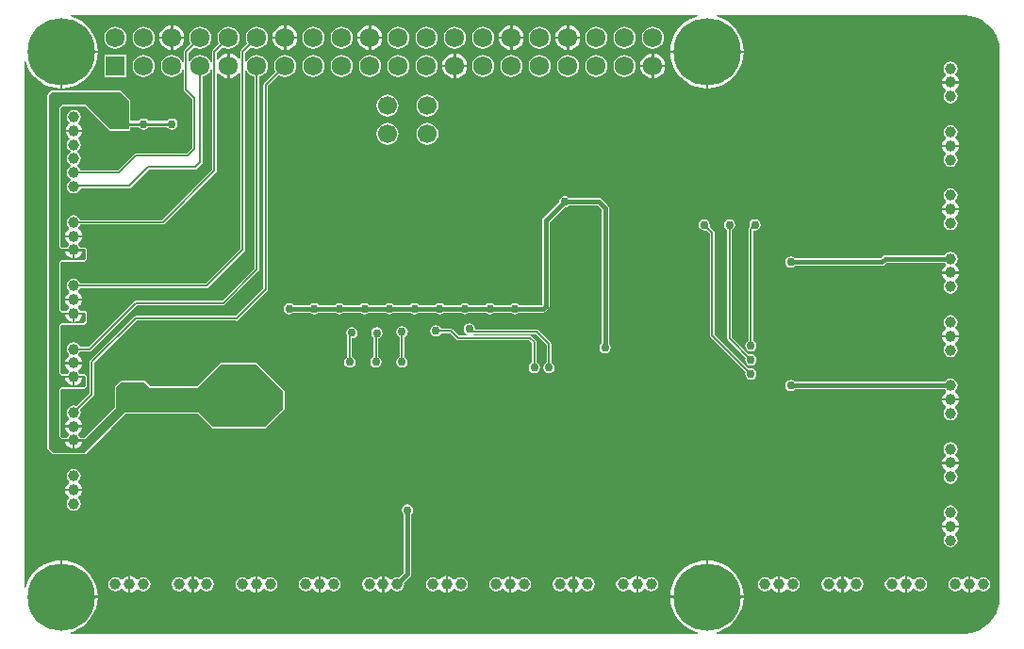
<source format=gbl>
G04*
G04 #@! TF.GenerationSoftware,Altium Limited,Altium Designer,20.2.6 (244)*
G04*
G04 Layer_Physical_Order=2*
G04 Layer_Color=16711680*
%FSLAX25Y25*%
%MOIN*%
G70*
G04*
G04 #@! TF.SameCoordinates,6014BA27-FBD2-41FC-A7C1-7B1D111333E3*
G04*
G04*
G04 #@! TF.FilePolarity,Positive*
G04*
G01*
G75*
%ADD44C,0.01000*%
%ADD45C,0.00600*%
%ADD46C,0.01600*%
%ADD48C,0.03937*%
%ADD49C,0.23819*%
%ADD50C,0.06693*%
%ADD51C,0.06791*%
%ADD52R,0.06791X0.06791*%
%ADD53C,0.02953*%
G36*
X335219Y219455D02*
X336864Y219018D01*
X338438Y218369D01*
X339913Y217519D01*
X341264Y216484D01*
X342468Y215280D01*
X343503Y213929D01*
X344353Y212454D01*
X345002Y210880D01*
X345439Y209235D01*
X345657Y207547D01*
X345654Y206696D01*
X345654Y206694D01*
X345654Y206693D01*
X345654Y13780D01*
X345654Y13778D01*
X345654Y13777D01*
X345657Y12926D01*
X345439Y11238D01*
X345002Y9592D01*
X344353Y8019D01*
X343503Y6543D01*
X342468Y5192D01*
X341264Y3989D01*
X339913Y2953D01*
X338438Y2104D01*
X336864Y1455D01*
X335219Y1018D01*
X333531Y800D01*
X332680Y803D01*
X332678Y802D01*
X332677Y803D01*
X245515D01*
X245456Y1303D01*
X246128Y1464D01*
X248005Y2242D01*
X249737Y3303D01*
X251283Y4623D01*
X252602Y6168D01*
X253664Y7901D01*
X254442Y9778D01*
X254916Y11754D01*
X255044Y13379D01*
X229208D01*
X229336Y11754D01*
X229810Y9778D01*
X230588Y7901D01*
X231650Y6168D01*
X232969Y4623D01*
X234514Y3303D01*
X236247Y2242D01*
X238124Y1464D01*
X238796Y1303D01*
X238737Y803D01*
X17169D01*
X17110Y1303D01*
X17781Y1464D01*
X19658Y2242D01*
X21391Y3303D01*
X22936Y4623D01*
X24256Y6168D01*
X25317Y7901D01*
X26095Y9778D01*
X26570Y11754D01*
X26697Y13379D01*
X13780D01*
Y13780D01*
X13379D01*
Y26697D01*
X11754Y26570D01*
X9778Y26095D01*
X7901Y25317D01*
X6168Y24256D01*
X4623Y22936D01*
X3303Y21391D01*
X2242Y19658D01*
X1464Y17781D01*
X1303Y17110D01*
X803Y17169D01*
Y203304D01*
X1303Y203363D01*
X1464Y202691D01*
X2242Y200814D01*
X3303Y199082D01*
X4623Y197536D01*
X6168Y196217D01*
X7901Y195155D01*
X9778Y194377D01*
X11754Y193903D01*
X13379Y193775D01*
Y206693D01*
X13780D01*
Y207093D01*
X26697D01*
X26570Y208719D01*
X26095Y210695D01*
X25317Y212572D01*
X24256Y214304D01*
X22936Y215849D01*
X21391Y217169D01*
X19658Y218231D01*
X17781Y219008D01*
X17110Y219170D01*
X17169Y219670D01*
X238737Y219670D01*
X238796Y219170D01*
X238124Y219008D01*
X236247Y218231D01*
X234514Y217169D01*
X232969Y215849D01*
X231650Y214304D01*
X230588Y212572D01*
X229810Y210695D01*
X229336Y208719D01*
X229208Y207093D01*
X255044D01*
X254916Y208719D01*
X254442Y210695D01*
X253664Y212572D01*
X252602Y214304D01*
X251283Y215849D01*
X249737Y217169D01*
X248005Y218231D01*
X246128Y219008D01*
X245456Y219170D01*
X245515Y219670D01*
X332677D01*
X332678Y219670D01*
X332680Y219670D01*
X333531Y219672D01*
X335219Y219455D01*
D02*
G37*
%LPC*%
G36*
X193353Y216070D02*
Y212089D01*
X197334D01*
X197235Y212837D01*
X196792Y213906D01*
X196088Y214824D01*
X195170Y215529D01*
X194100Y215971D01*
X193353Y216070D01*
D02*
G37*
G36*
X173353D02*
Y212089D01*
X177334D01*
X177235Y212837D01*
X176792Y213906D01*
X176088Y214824D01*
X175170Y215529D01*
X174100Y215971D01*
X173353Y216070D01*
D02*
G37*
G36*
X123353D02*
Y212089D01*
X127334D01*
X127235Y212837D01*
X126792Y213906D01*
X126088Y214824D01*
X125170Y215529D01*
X124100Y215971D01*
X123353Y216070D01*
D02*
G37*
G36*
X93353D02*
Y212089D01*
X97334D01*
X97235Y212837D01*
X96792Y213906D01*
X96088Y214824D01*
X95170Y215529D01*
X94100Y215971D01*
X93353Y216070D01*
D02*
G37*
G36*
X53353D02*
Y212089D01*
X57334D01*
X57235Y212837D01*
X56792Y213906D01*
X56088Y214824D01*
X55170Y215529D01*
X54100Y215971D01*
X53353Y216070D01*
D02*
G37*
G36*
X52553D02*
X51805Y215971D01*
X50736Y215529D01*
X49818Y214824D01*
X49113Y213906D01*
X48670Y212837D01*
X48572Y212089D01*
X52553D01*
Y216070D01*
D02*
G37*
G36*
X192553D02*
X191805Y215971D01*
X190736Y215529D01*
X189818Y214824D01*
X189113Y213906D01*
X188670Y212837D01*
X188572Y212089D01*
X192553D01*
Y216070D01*
D02*
G37*
G36*
X172553D02*
X171805Y215971D01*
X170736Y215529D01*
X169818Y214824D01*
X169113Y213906D01*
X168670Y212837D01*
X168572Y212089D01*
X172553D01*
Y216070D01*
D02*
G37*
G36*
X122553D02*
X121805Y215971D01*
X120736Y215529D01*
X119818Y214824D01*
X119113Y213906D01*
X118670Y212837D01*
X118572Y212089D01*
X122553D01*
Y216070D01*
D02*
G37*
G36*
X92553D02*
X91805Y215971D01*
X90736Y215529D01*
X89818Y214824D01*
X89113Y213906D01*
X88670Y212837D01*
X88572Y212089D01*
X92553D01*
Y216070D01*
D02*
G37*
G36*
X222953Y215618D02*
X221936Y215484D01*
X220988Y215092D01*
X220174Y214467D01*
X219550Y213654D01*
X219157Y212706D01*
X219023Y211689D01*
X219157Y210672D01*
X219550Y209724D01*
X220174Y208911D01*
X220988Y208286D01*
X221936Y207894D01*
X222953Y207760D01*
X223970Y207894D01*
X224917Y208286D01*
X225731Y208911D01*
X226356Y209724D01*
X226748Y210672D01*
X226882Y211689D01*
X226748Y212706D01*
X226356Y213654D01*
X225731Y214467D01*
X224917Y215092D01*
X223970Y215484D01*
X222953Y215618D01*
D02*
G37*
G36*
X212953D02*
X211936Y215484D01*
X210988Y215092D01*
X210174Y214467D01*
X209550Y213654D01*
X209157Y212706D01*
X209023Y211689D01*
X209157Y210672D01*
X209550Y209724D01*
X210174Y208911D01*
X210988Y208286D01*
X211936Y207894D01*
X212953Y207760D01*
X213970Y207894D01*
X214917Y208286D01*
X215731Y208911D01*
X216356Y209724D01*
X216748Y210672D01*
X216882Y211689D01*
X216748Y212706D01*
X216356Y213654D01*
X215731Y214467D01*
X214917Y215092D01*
X213970Y215484D01*
X212953Y215618D01*
D02*
G37*
G36*
X202953D02*
X201936Y215484D01*
X200988Y215092D01*
X200174Y214467D01*
X199550Y213654D01*
X199157Y212706D01*
X199023Y211689D01*
X199157Y210672D01*
X199550Y209724D01*
X200174Y208911D01*
X200988Y208286D01*
X201936Y207894D01*
X202953Y207760D01*
X203970Y207894D01*
X204917Y208286D01*
X205731Y208911D01*
X206356Y209724D01*
X206748Y210672D01*
X206882Y211689D01*
X206748Y212706D01*
X206356Y213654D01*
X205731Y214467D01*
X204917Y215092D01*
X203970Y215484D01*
X202953Y215618D01*
D02*
G37*
G36*
X182953D02*
X181936Y215484D01*
X180988Y215092D01*
X180174Y214467D01*
X179550Y213654D01*
X179157Y212706D01*
X179024Y211689D01*
X179157Y210672D01*
X179550Y209724D01*
X180174Y208911D01*
X180988Y208286D01*
X181936Y207894D01*
X182953Y207760D01*
X183970Y207894D01*
X184917Y208286D01*
X185731Y208911D01*
X186356Y209724D01*
X186748Y210672D01*
X186882Y211689D01*
X186748Y212706D01*
X186356Y213654D01*
X185731Y214467D01*
X184917Y215092D01*
X183970Y215484D01*
X182953Y215618D01*
D02*
G37*
G36*
X162953D02*
X161936Y215484D01*
X160988Y215092D01*
X160174Y214467D01*
X159550Y213654D01*
X159157Y212706D01*
X159023Y211689D01*
X159157Y210672D01*
X159550Y209724D01*
X160174Y208911D01*
X160988Y208286D01*
X161936Y207894D01*
X162953Y207760D01*
X163970Y207894D01*
X164917Y208286D01*
X165731Y208911D01*
X166356Y209724D01*
X166748Y210672D01*
X166882Y211689D01*
X166748Y212706D01*
X166356Y213654D01*
X165731Y214467D01*
X164917Y215092D01*
X163970Y215484D01*
X162953Y215618D01*
D02*
G37*
G36*
X152953D02*
X151936Y215484D01*
X150988Y215092D01*
X150174Y214467D01*
X149550Y213654D01*
X149157Y212706D01*
X149023Y211689D01*
X149157Y210672D01*
X149550Y209724D01*
X150174Y208911D01*
X150988Y208286D01*
X151936Y207894D01*
X152953Y207760D01*
X153970Y207894D01*
X154917Y208286D01*
X155731Y208911D01*
X156356Y209724D01*
X156748Y210672D01*
X156882Y211689D01*
X156748Y212706D01*
X156356Y213654D01*
X155731Y214467D01*
X154917Y215092D01*
X153970Y215484D01*
X152953Y215618D01*
D02*
G37*
G36*
X142953D02*
X141936Y215484D01*
X140988Y215092D01*
X140174Y214467D01*
X139550Y213654D01*
X139157Y212706D01*
X139023Y211689D01*
X139157Y210672D01*
X139550Y209724D01*
X140174Y208911D01*
X140988Y208286D01*
X141936Y207894D01*
X142953Y207760D01*
X143970Y207894D01*
X144917Y208286D01*
X145731Y208911D01*
X146356Y209724D01*
X146748Y210672D01*
X146882Y211689D01*
X146748Y212706D01*
X146356Y213654D01*
X145731Y214467D01*
X144917Y215092D01*
X143970Y215484D01*
X142953Y215618D01*
D02*
G37*
G36*
X132953D02*
X131936Y215484D01*
X130988Y215092D01*
X130174Y214467D01*
X129550Y213654D01*
X129157Y212706D01*
X129024Y211689D01*
X129157Y210672D01*
X129550Y209724D01*
X130174Y208911D01*
X130988Y208286D01*
X131936Y207894D01*
X132953Y207760D01*
X133970Y207894D01*
X134917Y208286D01*
X135731Y208911D01*
X136356Y209724D01*
X136748Y210672D01*
X136882Y211689D01*
X136748Y212706D01*
X136356Y213654D01*
X135731Y214467D01*
X134917Y215092D01*
X133970Y215484D01*
X132953Y215618D01*
D02*
G37*
G36*
X112953D02*
X111936Y215484D01*
X110988Y215092D01*
X110174Y214467D01*
X109550Y213654D01*
X109157Y212706D01*
X109023Y211689D01*
X109157Y210672D01*
X109550Y209724D01*
X110174Y208911D01*
X110988Y208286D01*
X111936Y207894D01*
X112953Y207760D01*
X113970Y207894D01*
X114917Y208286D01*
X115731Y208911D01*
X116356Y209724D01*
X116748Y210672D01*
X116882Y211689D01*
X116748Y212706D01*
X116356Y213654D01*
X115731Y214467D01*
X114917Y215092D01*
X113970Y215484D01*
X112953Y215618D01*
D02*
G37*
G36*
X102953D02*
X101936Y215484D01*
X100988Y215092D01*
X100174Y214467D01*
X99550Y213654D01*
X99157Y212706D01*
X99023Y211689D01*
X99157Y210672D01*
X99550Y209724D01*
X100174Y208911D01*
X100988Y208286D01*
X101936Y207894D01*
X102953Y207760D01*
X103970Y207894D01*
X104917Y208286D01*
X105731Y208911D01*
X106356Y209724D01*
X106748Y210672D01*
X106882Y211689D01*
X106748Y212706D01*
X106356Y213654D01*
X105731Y214467D01*
X104917Y215092D01*
X103970Y215484D01*
X102953Y215618D01*
D02*
G37*
G36*
X82953D02*
X81936Y215484D01*
X80988Y215092D01*
X80174Y214467D01*
X79550Y213654D01*
X79157Y212706D01*
X79023Y211689D01*
X79157Y210672D01*
X79550Y209724D01*
X79673Y209563D01*
X77381Y207271D01*
X77204Y207006D01*
X77142Y206694D01*
X77142Y206694D01*
Y204271D01*
X76642Y204101D01*
X76088Y204824D01*
X75170Y205529D01*
X74100Y205972D01*
X73353Y206070D01*
Y201689D01*
Y197308D01*
X74100Y197406D01*
X75170Y197849D01*
X76088Y198554D01*
X76642Y199276D01*
X77142Y199107D01*
Y136918D01*
X64938Y124713D01*
X20583D01*
X20554Y124861D01*
X20008Y125677D01*
X19192Y126223D01*
X18228Y126415D01*
X17265Y126223D01*
X16449Y125677D01*
X15903Y124861D01*
X15711Y123898D01*
X15903Y122934D01*
X16449Y122118D01*
X16605Y122014D01*
X16563Y121440D01*
X16111Y121093D01*
X15635Y120473D01*
X15336Y119751D01*
X15287Y119376D01*
X18228D01*
X21170D01*
X21120Y119751D01*
X20821Y120473D01*
X20346Y121093D01*
X19894Y121440D01*
X19852Y122014D01*
X20008Y122118D01*
X20554Y122934D01*
X20583Y123082D01*
X65276D01*
X65276Y123082D01*
X65588Y123144D01*
X65852Y123321D01*
X78535Y136003D01*
X78535Y136003D01*
X78711Y136268D01*
X78774Y136580D01*
X78774Y136580D01*
Y200292D01*
X79274Y200392D01*
X79550Y199724D01*
X80174Y198910D01*
X80988Y198286D01*
X81936Y197894D01*
X82137Y197867D01*
Y129983D01*
X70764Y118611D01*
X40157D01*
X40157Y118611D01*
X39845Y118549D01*
X39581Y118372D01*
X39581Y118372D01*
X23481Y102272D01*
X20583D01*
X20554Y102420D01*
X20008Y103236D01*
X19192Y103782D01*
X18228Y103974D01*
X17265Y103782D01*
X16449Y103236D01*
X15903Y102420D01*
X15711Y101457D01*
X15903Y100494D01*
X16449Y99677D01*
X16605Y99573D01*
X16563Y98999D01*
X16111Y98653D01*
X15635Y98032D01*
X15336Y97310D01*
X15287Y96935D01*
X18228D01*
X21170D01*
X21120Y97310D01*
X20821Y98032D01*
X20346Y98653D01*
X19894Y98999D01*
X19852Y99573D01*
X20008Y99677D01*
X20554Y100494D01*
X20583Y100641D01*
X23819D01*
X23819Y100641D01*
X24131Y100703D01*
X24396Y100880D01*
X40495Y116980D01*
X71102D01*
X71102Y116980D01*
X71415Y117042D01*
X71679Y117218D01*
X83530Y129069D01*
X83530Y129069D01*
X83706Y129333D01*
X83768Y129646D01*
X83768Y129646D01*
Y197867D01*
X83970Y197894D01*
X84917Y198286D01*
X85731Y198910D01*
X86356Y199724D01*
X86748Y200672D01*
X86882Y201689D01*
X86748Y202706D01*
X86356Y203654D01*
X85731Y204467D01*
X84917Y205092D01*
X83970Y205484D01*
X82953Y205618D01*
X81936Y205484D01*
X80988Y205092D01*
X80174Y204467D01*
X79550Y203654D01*
X79274Y202987D01*
X78774Y203086D01*
Y206356D01*
X80827Y208410D01*
X80988Y208286D01*
X81936Y207894D01*
X82953Y207760D01*
X83970Y207894D01*
X84917Y208286D01*
X85731Y208911D01*
X86356Y209724D01*
X86748Y210672D01*
X86882Y211689D01*
X86748Y212706D01*
X86356Y213654D01*
X85731Y214467D01*
X84917Y215092D01*
X83970Y215484D01*
X82953Y215618D01*
D02*
G37*
G36*
X72953D02*
X71936Y215484D01*
X70988Y215092D01*
X70174Y214467D01*
X69550Y213654D01*
X69157Y212706D01*
X69024Y211689D01*
X69157Y210672D01*
X69550Y209724D01*
X69674Y209563D01*
X67381Y207271D01*
X67204Y207006D01*
X67142Y206694D01*
X67142Y206694D01*
Y203061D01*
X66642Y202962D01*
X66356Y203654D01*
X65731Y204467D01*
X64917Y205092D01*
X63970Y205484D01*
X62953Y205618D01*
X61936Y205484D01*
X60988Y205092D01*
X60174Y204467D01*
X59550Y203654D01*
X59274Y202987D01*
X58774Y203086D01*
Y206356D01*
X60827Y208410D01*
X60988Y208286D01*
X61936Y207894D01*
X62953Y207760D01*
X63970Y207894D01*
X64917Y208286D01*
X65731Y208911D01*
X66356Y209724D01*
X66748Y210672D01*
X66882Y211689D01*
X66748Y212706D01*
X66356Y213654D01*
X65731Y214467D01*
X64917Y215092D01*
X63970Y215484D01*
X62953Y215618D01*
X61936Y215484D01*
X60988Y215092D01*
X60174Y214467D01*
X59550Y213654D01*
X59157Y212706D01*
X59023Y211689D01*
X59157Y210672D01*
X59550Y209724D01*
X59674Y209563D01*
X57381Y207271D01*
X57204Y207006D01*
X57142Y206694D01*
X57142Y206694D01*
Y203061D01*
X56642Y202962D01*
X56356Y203654D01*
X55731Y204467D01*
X54917Y205092D01*
X53970Y205484D01*
X52953Y205618D01*
X51936Y205484D01*
X50988Y205092D01*
X50174Y204467D01*
X49550Y203654D01*
X49157Y202706D01*
X49024Y201689D01*
X49157Y200672D01*
X49550Y199724D01*
X50174Y198910D01*
X50988Y198286D01*
X51936Y197894D01*
X52953Y197760D01*
X53970Y197894D01*
X54917Y198286D01*
X55731Y198910D01*
X56356Y199724D01*
X56642Y200416D01*
X57142Y200317D01*
Y193302D01*
X57142Y193302D01*
X57204Y192990D01*
X57381Y192725D01*
X60169Y189938D01*
Y172779D01*
X58127Y170737D01*
X40315D01*
X40315Y170737D01*
X40003Y170675D01*
X39738Y170498D01*
X39738Y170498D01*
X33993Y164753D01*
X20662D01*
X20632Y164900D01*
X20087Y165717D01*
X19501Y166108D01*
Y166687D01*
X20087Y167079D01*
X20632Y167895D01*
X20824Y168858D01*
X20632Y169821D01*
X20087Y170638D01*
X19501Y171029D01*
Y171609D01*
X20087Y172000D01*
X20632Y172816D01*
X20824Y173779D01*
X20632Y174743D01*
X20087Y175559D01*
X19931Y175663D01*
X19973Y176237D01*
X20424Y176584D01*
X20900Y177204D01*
X21199Y177926D01*
X21249Y178301D01*
X18307D01*
X15366D01*
X15415Y177926D01*
X15714Y177204D01*
X16190Y176584D01*
X16642Y176237D01*
X16683Y175663D01*
X16527Y175559D01*
X15982Y174743D01*
X15790Y173779D01*
X15982Y172816D01*
X16527Y172000D01*
X17113Y171609D01*
Y171029D01*
X16527Y170638D01*
X15982Y169821D01*
X15790Y168858D01*
X15982Y167895D01*
X16527Y167079D01*
X17113Y166687D01*
Y166108D01*
X16527Y165717D01*
X15982Y164900D01*
X15790Y163937D01*
X15982Y162974D01*
X16527Y162157D01*
X17113Y161766D01*
Y161187D01*
X16527Y160795D01*
X15982Y159979D01*
X15790Y159016D01*
X15982Y158053D01*
X16527Y157236D01*
X17344Y156691D01*
X18307Y156499D01*
X19270Y156691D01*
X20087Y157236D01*
X20632Y158053D01*
X20693Y158358D01*
X37835D01*
X37835Y158358D01*
X38147Y158420D01*
X38411Y158597D01*
X44826Y165011D01*
X61260D01*
X61260Y165011D01*
X61572Y165073D01*
X61837Y165250D01*
X63529Y166943D01*
X63706Y167208D01*
X63768Y167520D01*
X63768Y167520D01*
Y197867D01*
X63970Y197894D01*
X64917Y198286D01*
X65731Y198910D01*
X66356Y199724D01*
X66642Y200416D01*
X67142Y200317D01*
Y164831D01*
X49465Y147154D01*
X20583D01*
X20554Y147302D01*
X20008Y148118D01*
X19192Y148664D01*
X18228Y148855D01*
X17265Y148664D01*
X16449Y148118D01*
X15903Y147302D01*
X15711Y146339D01*
X15903Y145375D01*
X16449Y144559D01*
X16605Y144455D01*
X16563Y143881D01*
X16111Y143535D01*
X15635Y142914D01*
X15336Y142192D01*
X15287Y141817D01*
X18228D01*
X21170D01*
X21120Y142192D01*
X20821Y142914D01*
X20346Y143535D01*
X19894Y143881D01*
X19852Y144455D01*
X20008Y144559D01*
X20554Y145375D01*
X20583Y145523D01*
X49803D01*
X49803Y145523D01*
X50115Y145585D01*
X50380Y145762D01*
X68535Y163917D01*
X68712Y164181D01*
X68774Y164493D01*
X68774Y164493D01*
Y199093D01*
X69274Y199263D01*
X69818Y198554D01*
X70736Y197849D01*
X71805Y197406D01*
X72553Y197308D01*
Y201689D01*
Y206070D01*
X71805Y205972D01*
X70736Y205529D01*
X69818Y204824D01*
X69274Y204115D01*
X68774Y204285D01*
Y206356D01*
X70827Y208410D01*
X70988Y208286D01*
X71936Y207894D01*
X72953Y207760D01*
X73970Y207894D01*
X74917Y208286D01*
X75731Y208911D01*
X76356Y209724D01*
X76748Y210672D01*
X76882Y211689D01*
X76748Y212706D01*
X76356Y213654D01*
X75731Y214467D01*
X74917Y215092D01*
X73970Y215484D01*
X72953Y215618D01*
D02*
G37*
G36*
X42953D02*
X41936Y215484D01*
X40988Y215092D01*
X40174Y214467D01*
X39550Y213654D01*
X39157Y212706D01*
X39024Y211689D01*
X39157Y210672D01*
X39550Y209724D01*
X40174Y208911D01*
X40988Y208286D01*
X41936Y207894D01*
X42953Y207760D01*
X43970Y207894D01*
X44917Y208286D01*
X45731Y208911D01*
X46356Y209724D01*
X46748Y210672D01*
X46882Y211689D01*
X46748Y212706D01*
X46356Y213654D01*
X45731Y214467D01*
X44917Y215092D01*
X43970Y215484D01*
X42953Y215618D01*
D02*
G37*
G36*
X32953D02*
X31936Y215484D01*
X30988Y215092D01*
X30174Y214467D01*
X29550Y213654D01*
X29157Y212706D01*
X29024Y211689D01*
X29157Y210672D01*
X29550Y209724D01*
X30174Y208911D01*
X30988Y208286D01*
X31936Y207894D01*
X32953Y207760D01*
X33970Y207894D01*
X34917Y208286D01*
X35731Y208911D01*
X36356Y209724D01*
X36748Y210672D01*
X36882Y211689D01*
X36748Y212706D01*
X36356Y213654D01*
X35731Y214467D01*
X34917Y215092D01*
X33970Y215484D01*
X32953Y215618D01*
D02*
G37*
G36*
X197334Y211289D02*
X193353D01*
Y207308D01*
X194100Y207406D01*
X195170Y207849D01*
X196088Y208554D01*
X196792Y209472D01*
X197235Y210542D01*
X197334Y211289D01*
D02*
G37*
G36*
X177334D02*
X173353D01*
Y207308D01*
X174100Y207406D01*
X175170Y207849D01*
X176088Y208554D01*
X176792Y209472D01*
X177235Y210542D01*
X177334Y211289D01*
D02*
G37*
G36*
X127334D02*
X123353D01*
Y207308D01*
X124100Y207406D01*
X125170Y207849D01*
X126088Y208554D01*
X126792Y209472D01*
X127235Y210542D01*
X127334Y211289D01*
D02*
G37*
G36*
X97334D02*
X93353D01*
Y207308D01*
X94100Y207406D01*
X95170Y207849D01*
X96088Y208554D01*
X96792Y209472D01*
X97235Y210542D01*
X97334Y211289D01*
D02*
G37*
G36*
X57334D02*
X53353D01*
Y207308D01*
X54100Y207406D01*
X55170Y207849D01*
X56088Y208554D01*
X56792Y209472D01*
X57235Y210542D01*
X57334Y211289D01*
D02*
G37*
G36*
X192553D02*
X188572D01*
X188670Y210542D01*
X189113Y209472D01*
X189818Y208554D01*
X190736Y207849D01*
X191805Y207406D01*
X192553Y207308D01*
Y211289D01*
D02*
G37*
G36*
X172553D02*
X168572D01*
X168670Y210542D01*
X169113Y209472D01*
X169818Y208554D01*
X170736Y207849D01*
X171805Y207406D01*
X172553Y207308D01*
Y211289D01*
D02*
G37*
G36*
X122553D02*
X118572D01*
X118670Y210542D01*
X119113Y209472D01*
X119818Y208554D01*
X120736Y207849D01*
X121805Y207406D01*
X122553Y207308D01*
Y211289D01*
D02*
G37*
G36*
X92553D02*
X88572D01*
X88670Y210542D01*
X89113Y209472D01*
X89818Y208554D01*
X90736Y207849D01*
X91805Y207406D01*
X92553Y207308D01*
Y211289D01*
D02*
G37*
G36*
X52553D02*
X48572D01*
X48670Y210542D01*
X49113Y209472D01*
X49818Y208554D01*
X50736Y207849D01*
X51805Y207406D01*
X52553Y207308D01*
Y211289D01*
D02*
G37*
G36*
X223353Y206070D02*
Y202089D01*
X227334D01*
X227235Y202836D01*
X226792Y203906D01*
X226088Y204824D01*
X225170Y205529D01*
X224100Y205972D01*
X223353Y206070D01*
D02*
G37*
G36*
X153353D02*
Y202089D01*
X157334D01*
X157235Y202836D01*
X156792Y203906D01*
X156088Y204824D01*
X155170Y205529D01*
X154100Y205972D01*
X153353Y206070D01*
D02*
G37*
G36*
X222553D02*
X221805Y205972D01*
X220736Y205529D01*
X219818Y204824D01*
X219113Y203906D01*
X218670Y202836D01*
X218572Y202089D01*
X222553D01*
Y206070D01*
D02*
G37*
G36*
X152553D02*
X151805Y205972D01*
X150736Y205529D01*
X149818Y204824D01*
X149113Y203906D01*
X148670Y202836D01*
X148572Y202089D01*
X152553D01*
Y206070D01*
D02*
G37*
G36*
X36848Y205585D02*
X29057D01*
Y197793D01*
X36848D01*
Y205585D01*
D02*
G37*
G36*
X212953Y205618D02*
X211936Y205484D01*
X210988Y205092D01*
X210174Y204467D01*
X209550Y203654D01*
X209157Y202706D01*
X209023Y201689D01*
X209157Y200672D01*
X209550Y199724D01*
X210174Y198910D01*
X210988Y198286D01*
X211936Y197894D01*
X212953Y197760D01*
X213970Y197894D01*
X214917Y198286D01*
X215731Y198910D01*
X216356Y199724D01*
X216748Y200672D01*
X216882Y201689D01*
X216748Y202706D01*
X216356Y203654D01*
X215731Y204467D01*
X214917Y205092D01*
X213970Y205484D01*
X212953Y205618D01*
D02*
G37*
G36*
X202953D02*
X201936Y205484D01*
X200988Y205092D01*
X200174Y204467D01*
X199550Y203654D01*
X199157Y202706D01*
X199023Y201689D01*
X199157Y200672D01*
X199550Y199724D01*
X200174Y198910D01*
X200988Y198286D01*
X201936Y197894D01*
X202953Y197760D01*
X203970Y197894D01*
X204917Y198286D01*
X205731Y198910D01*
X206356Y199724D01*
X206748Y200672D01*
X206882Y201689D01*
X206748Y202706D01*
X206356Y203654D01*
X205731Y204467D01*
X204917Y205092D01*
X203970Y205484D01*
X202953Y205618D01*
D02*
G37*
G36*
X192953D02*
X191936Y205484D01*
X190988Y205092D01*
X190174Y204467D01*
X189550Y203654D01*
X189157Y202706D01*
X189023Y201689D01*
X189157Y200672D01*
X189550Y199724D01*
X190174Y198910D01*
X190988Y198286D01*
X191936Y197894D01*
X192953Y197760D01*
X193970Y197894D01*
X194917Y198286D01*
X195731Y198910D01*
X196356Y199724D01*
X196748Y200672D01*
X196882Y201689D01*
X196748Y202706D01*
X196356Y203654D01*
X195731Y204467D01*
X194917Y205092D01*
X193970Y205484D01*
X192953Y205618D01*
D02*
G37*
G36*
X182953D02*
X181936Y205484D01*
X180988Y205092D01*
X180174Y204467D01*
X179550Y203654D01*
X179157Y202706D01*
X179024Y201689D01*
X179157Y200672D01*
X179550Y199724D01*
X180174Y198910D01*
X180988Y198286D01*
X181936Y197894D01*
X182953Y197760D01*
X183970Y197894D01*
X184917Y198286D01*
X185731Y198910D01*
X186356Y199724D01*
X186748Y200672D01*
X186882Y201689D01*
X186748Y202706D01*
X186356Y203654D01*
X185731Y204467D01*
X184917Y205092D01*
X183970Y205484D01*
X182953Y205618D01*
D02*
G37*
G36*
X172953D02*
X171936Y205484D01*
X170988Y205092D01*
X170174Y204467D01*
X169550Y203654D01*
X169157Y202706D01*
X169024Y201689D01*
X169157Y200672D01*
X169550Y199724D01*
X170174Y198910D01*
X170988Y198286D01*
X171936Y197894D01*
X172953Y197760D01*
X173970Y197894D01*
X174917Y198286D01*
X175731Y198910D01*
X176356Y199724D01*
X176748Y200672D01*
X176882Y201689D01*
X176748Y202706D01*
X176356Y203654D01*
X175731Y204467D01*
X174917Y205092D01*
X173970Y205484D01*
X172953Y205618D01*
D02*
G37*
G36*
X162953D02*
X161936Y205484D01*
X160988Y205092D01*
X160174Y204467D01*
X159550Y203654D01*
X159157Y202706D01*
X159023Y201689D01*
X159157Y200672D01*
X159550Y199724D01*
X160174Y198910D01*
X160988Y198286D01*
X161936Y197894D01*
X162953Y197760D01*
X163970Y197894D01*
X164917Y198286D01*
X165731Y198910D01*
X166356Y199724D01*
X166748Y200672D01*
X166882Y201689D01*
X166748Y202706D01*
X166356Y203654D01*
X165731Y204467D01*
X164917Y205092D01*
X163970Y205484D01*
X162953Y205618D01*
D02*
G37*
G36*
X142953D02*
X141936Y205484D01*
X140988Y205092D01*
X140174Y204467D01*
X139550Y203654D01*
X139157Y202706D01*
X139023Y201689D01*
X139157Y200672D01*
X139550Y199724D01*
X140174Y198910D01*
X140988Y198286D01*
X141936Y197894D01*
X142953Y197760D01*
X143970Y197894D01*
X144917Y198286D01*
X145731Y198910D01*
X146356Y199724D01*
X146748Y200672D01*
X146882Y201689D01*
X146748Y202706D01*
X146356Y203654D01*
X145731Y204467D01*
X144917Y205092D01*
X143970Y205484D01*
X142953Y205618D01*
D02*
G37*
G36*
X132953D02*
X131936Y205484D01*
X130988Y205092D01*
X130174Y204467D01*
X129550Y203654D01*
X129157Y202706D01*
X129024Y201689D01*
X129157Y200672D01*
X129550Y199724D01*
X130174Y198910D01*
X130988Y198286D01*
X131936Y197894D01*
X132953Y197760D01*
X133970Y197894D01*
X134917Y198286D01*
X135731Y198910D01*
X136356Y199724D01*
X136748Y200672D01*
X136882Y201689D01*
X136748Y202706D01*
X136356Y203654D01*
X135731Y204467D01*
X134917Y205092D01*
X133970Y205484D01*
X132953Y205618D01*
D02*
G37*
G36*
X122953D02*
X121936Y205484D01*
X120988Y205092D01*
X120174Y204467D01*
X119550Y203654D01*
X119157Y202706D01*
X119024Y201689D01*
X119157Y200672D01*
X119550Y199724D01*
X120174Y198910D01*
X120988Y198286D01*
X121936Y197894D01*
X122953Y197760D01*
X123970Y197894D01*
X124917Y198286D01*
X125731Y198910D01*
X126356Y199724D01*
X126748Y200672D01*
X126882Y201689D01*
X126748Y202706D01*
X126356Y203654D01*
X125731Y204467D01*
X124917Y205092D01*
X123970Y205484D01*
X122953Y205618D01*
D02*
G37*
G36*
X112953D02*
X111936Y205484D01*
X110988Y205092D01*
X110174Y204467D01*
X109550Y203654D01*
X109157Y202706D01*
X109023Y201689D01*
X109157Y200672D01*
X109550Y199724D01*
X110174Y198910D01*
X110988Y198286D01*
X111936Y197894D01*
X112953Y197760D01*
X113970Y197894D01*
X114917Y198286D01*
X115731Y198910D01*
X116356Y199724D01*
X116748Y200672D01*
X116882Y201689D01*
X116748Y202706D01*
X116356Y203654D01*
X115731Y204467D01*
X114917Y205092D01*
X113970Y205484D01*
X112953Y205618D01*
D02*
G37*
G36*
X102953D02*
X101936Y205484D01*
X100988Y205092D01*
X100174Y204467D01*
X99550Y203654D01*
X99157Y202706D01*
X99023Y201689D01*
X99157Y200672D01*
X99550Y199724D01*
X100174Y198910D01*
X100988Y198286D01*
X101936Y197894D01*
X102953Y197760D01*
X103970Y197894D01*
X104917Y198286D01*
X105731Y198910D01*
X106356Y199724D01*
X106748Y200672D01*
X106882Y201689D01*
X106748Y202706D01*
X106356Y203654D01*
X105731Y204467D01*
X104917Y205092D01*
X103970Y205484D01*
X102953Y205618D01*
D02*
G37*
G36*
X92953D02*
X91936Y205484D01*
X90988Y205092D01*
X90174Y204467D01*
X89550Y203654D01*
X89157Y202706D01*
X89024Y201689D01*
X89157Y200672D01*
X89550Y199724D01*
X89674Y199563D01*
X85565Y195455D01*
X85388Y195190D01*
X85326Y194878D01*
X85326Y194878D01*
Y123000D01*
X75504Y113178D01*
X40157D01*
X39845Y113116D01*
X39581Y112939D01*
X39581Y112939D01*
X24069Y97427D01*
X23892Y97162D01*
X23830Y96850D01*
X23830Y96850D01*
Y85771D01*
X19317Y81257D01*
X19192Y81341D01*
X18228Y81533D01*
X17265Y81341D01*
X16449Y80795D01*
X15903Y79979D01*
X15711Y79016D01*
X15903Y78053D01*
X16449Y77236D01*
X16605Y77132D01*
X16563Y76558D01*
X16111Y76212D01*
X15635Y75591D01*
X15336Y74869D01*
X15287Y74494D01*
X18228D01*
X21170D01*
X21120Y74869D01*
X20821Y75591D01*
X20346Y76212D01*
X19894Y76558D01*
X19852Y77132D01*
X20008Y77236D01*
X20554Y78053D01*
X20745Y79016D01*
X20554Y79979D01*
X20470Y80104D01*
X25222Y84856D01*
X25399Y85121D01*
X25461Y85433D01*
X25461Y85433D01*
Y96513D01*
X40495Y111547D01*
X75358D01*
X75424Y111503D01*
X75736Y111441D01*
X76048Y111503D01*
X76313Y111680D01*
X86718Y122086D01*
X86718Y122086D01*
X86895Y122350D01*
X86957Y122662D01*
X86957Y122662D01*
Y194540D01*
X90827Y198410D01*
X90988Y198286D01*
X91936Y197894D01*
X92953Y197760D01*
X93970Y197894D01*
X94917Y198286D01*
X95731Y198910D01*
X96356Y199724D01*
X96748Y200672D01*
X96882Y201689D01*
X96748Y202706D01*
X96356Y203654D01*
X95731Y204467D01*
X94917Y205092D01*
X93970Y205484D01*
X92953Y205618D01*
D02*
G37*
G36*
X42953D02*
X41936Y205484D01*
X40988Y205092D01*
X40174Y204467D01*
X39550Y203654D01*
X39157Y202706D01*
X39024Y201689D01*
X39157Y200672D01*
X39550Y199724D01*
X40174Y198910D01*
X40988Y198286D01*
X41936Y197894D01*
X42953Y197760D01*
X43970Y197894D01*
X44917Y198286D01*
X45731Y198910D01*
X46356Y199724D01*
X46748Y200672D01*
X46882Y201689D01*
X46748Y202706D01*
X46356Y203654D01*
X45731Y204467D01*
X44917Y205092D01*
X43970Y205484D01*
X42953Y205618D01*
D02*
G37*
G36*
X227334Y201289D02*
X223353D01*
Y197308D01*
X224100Y197406D01*
X225170Y197849D01*
X226088Y198554D01*
X226792Y199472D01*
X227235Y200541D01*
X227334Y201289D01*
D02*
G37*
G36*
X157334D02*
X153353D01*
Y197308D01*
X154100Y197406D01*
X155170Y197849D01*
X156088Y198554D01*
X156792Y199472D01*
X157235Y200541D01*
X157334Y201289D01*
D02*
G37*
G36*
X222553D02*
X218572D01*
X218670Y200541D01*
X219113Y199472D01*
X219818Y198554D01*
X220736Y197849D01*
X221805Y197406D01*
X222553Y197308D01*
Y201289D01*
D02*
G37*
G36*
X152553D02*
X148572D01*
X148670Y200541D01*
X149113Y199472D01*
X149818Y198554D01*
X150736Y197849D01*
X151805Y197406D01*
X152553Y197308D01*
Y201289D01*
D02*
G37*
G36*
X328228Y203265D02*
X327265Y203073D01*
X326449Y202528D01*
X325903Y201711D01*
X325711Y200748D01*
X325903Y199785D01*
X326449Y198968D01*
X326605Y198864D01*
X326563Y198291D01*
X326111Y197944D01*
X325635Y197324D01*
X325336Y196602D01*
X325287Y196227D01*
X328228D01*
X331170D01*
X331120Y196602D01*
X330821Y197324D01*
X330346Y197944D01*
X329894Y198291D01*
X329852Y198864D01*
X330008Y198968D01*
X330554Y199785D01*
X330745Y200748D01*
X330554Y201711D01*
X330008Y202528D01*
X329191Y203073D01*
X328228Y203265D01*
D02*
G37*
G36*
X255044Y206293D02*
X242526D01*
Y193775D01*
X244152Y193903D01*
X246128Y194377D01*
X248005Y195155D01*
X249737Y196217D01*
X251283Y197536D01*
X252602Y199082D01*
X253664Y200814D01*
X254442Y202691D01*
X254916Y204667D01*
X255044Y206293D01*
D02*
G37*
G36*
X241726D02*
X229208D01*
X229336Y204667D01*
X229810Y202691D01*
X230588Y200814D01*
X231650Y199082D01*
X232969Y197536D01*
X234514Y196217D01*
X236247Y195155D01*
X238124Y194377D01*
X240100Y193903D01*
X241726Y193775D01*
Y206293D01*
D02*
G37*
G36*
X26697D02*
X14179D01*
Y193775D01*
X15805Y193903D01*
X17781Y194377D01*
X19658Y195155D01*
X21391Y196217D01*
X22936Y197536D01*
X24256Y199082D01*
X25317Y200814D01*
X26095Y202691D01*
X26570Y204667D01*
X26697Y206293D01*
D02*
G37*
G36*
X34685Y192864D02*
X34685Y192864D01*
X10394Y192864D01*
X10394Y192864D01*
X10011Y192706D01*
X9105Y191800D01*
X9105Y191800D01*
X8947Y191417D01*
X8947Y191417D01*
X8947Y66457D01*
X9105Y66074D01*
X10798Y64381D01*
X10798Y64381D01*
X11181Y64223D01*
X11181Y64223D01*
X21969Y64223D01*
X21969Y64223D01*
X22351Y64381D01*
X22351Y64381D01*
X31446Y73476D01*
X33847Y75877D01*
X33847Y75877D01*
X36523Y78553D01*
X62059Y78553D01*
X67137Y73476D01*
X67520Y73317D01*
X67520Y73317D01*
X85709Y73317D01*
X85709Y73317D01*
X86091Y73475D01*
X86091Y73476D01*
X92587Y79972D01*
X92746Y80354D01*
X92746Y80354D01*
X92746Y86772D01*
X92587Y87154D01*
X83296Y96446D01*
X83296Y96446D01*
X82914Y96604D01*
X82913Y96604D01*
X70315D01*
X70315Y96604D01*
X69932Y96446D01*
X61705Y88218D01*
X45539Y88218D01*
X43690Y90068D01*
X43307Y90226D01*
X43307Y90226D01*
X35118Y90226D01*
X34735Y90068D01*
X34735Y90068D01*
X32885Y88217D01*
X32726Y87835D01*
X32726Y87835D01*
X32726Y81011D01*
X21863Y70148D01*
X21545D01*
X21527Y70140D01*
X21509Y70146D01*
X21445Y70114D01*
X20558D01*
X20554Y70136D01*
X20008Y70953D01*
X19852Y71057D01*
X19894Y71631D01*
X20346Y71977D01*
X20821Y72597D01*
X21120Y73320D01*
X21170Y73694D01*
X18228D01*
X15287D01*
X15336Y73320D01*
X15635Y72597D01*
X16111Y71977D01*
X16563Y71631D01*
X16605Y71057D01*
X16449Y70953D01*
X15903Y70136D01*
X15899Y70114D01*
X15012D01*
X14947Y70146D01*
X14930Y70140D01*
X14912Y70148D01*
X14201D01*
X13612Y70736D01*
Y86981D01*
X14122Y87490D01*
X21927Y87490D01*
X22117Y87569D01*
X22307Y87646D01*
X22821Y88154D01*
X22822Y88156D01*
X22824Y88157D01*
X22902Y88347D01*
X22982Y88536D01*
X22981Y88538D01*
X22982Y88539D01*
X22982Y91654D01*
X22982Y91654D01*
X22824Y92036D01*
X22824Y92036D01*
X22430Y92430D01*
X22430Y92430D01*
X22047Y92589D01*
X22047Y92588D01*
X21545D01*
X21527Y92581D01*
X21509Y92587D01*
X21444Y92555D01*
X20558D01*
X20554Y92577D01*
X20008Y93394D01*
X19852Y93498D01*
X19894Y94072D01*
X20346Y94418D01*
X20821Y95038D01*
X21120Y95761D01*
X21170Y96135D01*
X18228D01*
X15287D01*
X15336Y95761D01*
X15635Y95038D01*
X16111Y94418D01*
X16563Y94072D01*
X16605Y93498D01*
X16449Y93394D01*
X15903Y92577D01*
X15899Y92555D01*
X15012D01*
X14947Y92587D01*
X14930Y92581D01*
X14912Y92588D01*
X14082D01*
X13612Y93059D01*
X13612Y109500D01*
X14082Y109971D01*
X21654D01*
X21654Y109971D01*
X22036Y110129D01*
X22036Y110129D01*
X22824Y110916D01*
X22824Y110916D01*
X22824Y110916D01*
X22824Y110916D01*
X22854Y110990D01*
X22982Y111299D01*
X22982Y111299D01*
X22982Y111299D01*
X22983Y114135D01*
X22983Y114135D01*
X22983Y114135D01*
X22915Y114299D01*
X22824Y114517D01*
X22824Y114517D01*
X22824Y114517D01*
X22471Y114871D01*
X22471Y114871D01*
X22471Y114871D01*
X22290Y114946D01*
X22088Y115029D01*
X22088Y115029D01*
X22088Y115029D01*
X21545D01*
X21527Y115022D01*
X21509Y115028D01*
X21444Y114996D01*
X20558D01*
X20554Y115018D01*
X20008Y115835D01*
X19852Y115939D01*
X19894Y116513D01*
X20346Y116859D01*
X20821Y117479D01*
X21120Y118201D01*
X21170Y118576D01*
X18228D01*
X15287D01*
X15336Y118201D01*
X15635Y117479D01*
X16111Y116859D01*
X16563Y116513D01*
X16605Y115939D01*
X16449Y115835D01*
X15903Y115018D01*
X15899Y114996D01*
X15012D01*
X14947Y115028D01*
X14930Y115022D01*
X14912Y115029D01*
X14082D01*
X13612Y115500D01*
Y131902D01*
X14083Y132372D01*
X21850Y132372D01*
X21850Y132372D01*
X22233Y132531D01*
X22824Y133121D01*
X22982Y133504D01*
X22982Y133504D01*
Y136535D01*
X22982Y136535D01*
X22824Y136918D01*
X22824Y136918D01*
X22430Y137312D01*
X22047Y137470D01*
X22047Y137470D01*
X21545D01*
X21527Y137463D01*
X21509Y137469D01*
X21445Y137437D01*
X20558D01*
X20554Y137459D01*
X20008Y138276D01*
X19852Y138380D01*
X19894Y138953D01*
X20346Y139300D01*
X20821Y139920D01*
X21120Y140642D01*
X21170Y141017D01*
X18228D01*
X15287D01*
X15336Y140642D01*
X15635Y139920D01*
X16111Y139300D01*
X16563Y138953D01*
X16605Y138380D01*
X16449Y138276D01*
X15903Y137459D01*
X15899Y137437D01*
X15012D01*
X14947Y137469D01*
X14930Y137463D01*
X14912Y137470D01*
X14082D01*
X13612Y137941D01*
Y186587D01*
X14358Y187333D01*
X22376D01*
X28209Y181552D01*
X28209Y181552D01*
X30917Y178868D01*
X31107Y178790D01*
X31298Y178711D01*
X37795D01*
X38178Y178869D01*
X38337Y179252D01*
Y180122D01*
X41257D01*
X41528Y179717D01*
X42182Y179280D01*
X42953Y179127D01*
X43724Y179280D01*
X44378Y179717D01*
X44649Y180122D01*
X51257D01*
X51528Y179717D01*
X52182Y179280D01*
X52953Y179127D01*
X53724Y179280D01*
X54378Y179717D01*
X54814Y180371D01*
X54968Y181142D01*
X54814Y181913D01*
X54378Y182567D01*
X53724Y183003D01*
X52953Y183157D01*
X52182Y183003D01*
X51528Y182567D01*
X51257Y182161D01*
X44649D01*
X44378Y182567D01*
X43724Y183003D01*
X42953Y183157D01*
X42182Y183003D01*
X41528Y182567D01*
X41257Y182161D01*
X38337D01*
X38337Y189213D01*
X38337Y189213D01*
X38178Y189595D01*
X35068Y192706D01*
X35068Y192706D01*
X34685Y192864D01*
D02*
G37*
G36*
X331170Y195427D02*
X328228D01*
X325287D01*
X325336Y195052D01*
X325635Y194330D01*
X326111Y193710D01*
X326563Y193363D01*
X326605Y192789D01*
X326449Y192685D01*
X325903Y191869D01*
X325711Y190905D01*
X325903Y189942D01*
X326449Y189126D01*
X327265Y188580D01*
X328228Y188389D01*
X329191Y188580D01*
X330008Y189126D01*
X330554Y189942D01*
X330745Y190905D01*
X330554Y191869D01*
X330008Y192685D01*
X329852Y192789D01*
X329894Y193363D01*
X330346Y193710D01*
X330821Y194330D01*
X331120Y195052D01*
X331170Y195427D01*
D02*
G37*
G36*
X143268Y191517D02*
X142264Y191385D01*
X141328Y190998D01*
X140524Y190381D01*
X139908Y189578D01*
X139520Y188642D01*
X139388Y187638D01*
X139520Y186634D01*
X139908Y185698D01*
X140524Y184895D01*
X141328Y184278D01*
X142264Y183890D01*
X143268Y183758D01*
X144272Y183890D01*
X145208Y184278D01*
X146011Y184895D01*
X146628Y185698D01*
X147015Y186634D01*
X147147Y187638D01*
X147015Y188642D01*
X146628Y189578D01*
X146011Y190381D01*
X145208Y190998D01*
X144272Y191385D01*
X143268Y191517D01*
D02*
G37*
G36*
X129213D02*
X128208Y191385D01*
X127273Y190998D01*
X126469Y190381D01*
X125853Y189578D01*
X125465Y188642D01*
X125333Y187638D01*
X125465Y186634D01*
X125853Y185698D01*
X126469Y184895D01*
X127273Y184278D01*
X128208Y183890D01*
X129213Y183758D01*
X130217Y183890D01*
X131152Y184278D01*
X131956Y184895D01*
X132572Y185698D01*
X132960Y186634D01*
X133092Y187638D01*
X132960Y188642D01*
X132572Y189578D01*
X131956Y190381D01*
X131152Y190998D01*
X130217Y191385D01*
X129213Y191517D01*
D02*
G37*
G36*
X18307Y186139D02*
X17344Y185947D01*
X16527Y185402D01*
X15982Y184585D01*
X15790Y183622D01*
X15982Y182659D01*
X16527Y181842D01*
X16683Y181738D01*
X16642Y181165D01*
X16190Y180818D01*
X15714Y180198D01*
X15415Y179476D01*
X15366Y179101D01*
X18307D01*
X21249D01*
X21199Y179476D01*
X20900Y180198D01*
X20424Y180818D01*
X19973Y181165D01*
X19931Y181738D01*
X20087Y181842D01*
X20632Y182659D01*
X20824Y183622D01*
X20632Y184585D01*
X20087Y185402D01*
X19270Y185947D01*
X18307Y186139D01*
D02*
G37*
G36*
X328228Y180824D02*
X327265Y180632D01*
X326449Y180087D01*
X325903Y179270D01*
X325711Y178307D01*
X325903Y177344D01*
X326449Y176527D01*
X326605Y176423D01*
X326563Y175850D01*
X326111Y175503D01*
X325635Y174883D01*
X325336Y174161D01*
X325287Y173786D01*
X328228D01*
X331170D01*
X331120Y174161D01*
X330821Y174883D01*
X330346Y175503D01*
X329894Y175850D01*
X329852Y176423D01*
X330008Y176527D01*
X330554Y177344D01*
X330745Y178307D01*
X330554Y179270D01*
X330008Y180087D01*
X329191Y180632D01*
X328228Y180824D01*
D02*
G37*
G36*
X143268Y181517D02*
X142264Y181385D01*
X141328Y180998D01*
X140524Y180381D01*
X139908Y179578D01*
X139520Y178642D01*
X139388Y177638D01*
X139520Y176634D01*
X139908Y175698D01*
X140524Y174894D01*
X141328Y174278D01*
X142264Y173890D01*
X143268Y173758D01*
X144272Y173890D01*
X145208Y174278D01*
X146011Y174894D01*
X146628Y175698D01*
X147015Y176634D01*
X147147Y177638D01*
X147015Y178642D01*
X146628Y179578D01*
X146011Y180381D01*
X145208Y180998D01*
X144272Y181385D01*
X143268Y181517D01*
D02*
G37*
G36*
X129213D02*
X128208Y181385D01*
X127273Y180998D01*
X126469Y180381D01*
X125853Y179578D01*
X125465Y178642D01*
X125333Y177638D01*
X125465Y176634D01*
X125853Y175698D01*
X126469Y174894D01*
X127273Y174278D01*
X128208Y173890D01*
X129213Y173758D01*
X130217Y173890D01*
X131152Y174278D01*
X131956Y174894D01*
X132572Y175698D01*
X132960Y176634D01*
X133092Y177638D01*
X132960Y178642D01*
X132572Y179578D01*
X131956Y180381D01*
X131152Y180998D01*
X130217Y181385D01*
X129213Y181517D01*
D02*
G37*
G36*
X331170Y172986D02*
X328228D01*
X325287D01*
X325336Y172611D01*
X325635Y171889D01*
X326111Y171269D01*
X326563Y170922D01*
X326605Y170349D01*
X326449Y170244D01*
X325903Y169428D01*
X325711Y168465D01*
X325903Y167501D01*
X326449Y166685D01*
X327265Y166139D01*
X328228Y165948D01*
X329191Y166139D01*
X330008Y166685D01*
X330554Y167501D01*
X330745Y168465D01*
X330554Y169428D01*
X330008Y170244D01*
X329852Y170349D01*
X329894Y170922D01*
X330346Y171269D01*
X330821Y171889D01*
X331120Y172611D01*
X331170Y172986D01*
D02*
G37*
G36*
X328228Y158383D02*
X327265Y158192D01*
X326449Y157646D01*
X325903Y156829D01*
X325711Y155866D01*
X325903Y154903D01*
X326449Y154086D01*
X326605Y153982D01*
X326563Y153409D01*
X326111Y153062D01*
X325635Y152442D01*
X325336Y151720D01*
X325287Y151345D01*
X328228D01*
X331170D01*
X331120Y151720D01*
X330821Y152442D01*
X330346Y153062D01*
X329894Y153409D01*
X329852Y153982D01*
X330008Y154086D01*
X330554Y154903D01*
X330745Y155866D01*
X330554Y156829D01*
X330008Y157646D01*
X329191Y158192D01*
X328228Y158383D01*
D02*
G37*
G36*
X331170Y150545D02*
X328228D01*
X325287D01*
X325336Y150170D01*
X325635Y149448D01*
X326111Y148828D01*
X326563Y148481D01*
X326605Y147908D01*
X326449Y147803D01*
X325903Y146987D01*
X325711Y146024D01*
X325903Y145061D01*
X326449Y144244D01*
X327265Y143698D01*
X328228Y143507D01*
X329191Y143698D01*
X330008Y144244D01*
X330554Y145061D01*
X330745Y146024D01*
X330554Y146987D01*
X330008Y147803D01*
X329852Y147908D01*
X329894Y148481D01*
X330346Y148828D01*
X330821Y149448D01*
X331120Y150170D01*
X331170Y150545D01*
D02*
G37*
G36*
X259095Y147487D02*
X258323Y147334D01*
X257670Y146897D01*
X257233Y146244D01*
X257079Y145472D01*
X257222Y144754D01*
X257061Y144592D01*
X256884Y144328D01*
X256822Y144016D01*
X256822Y144016D01*
Y104489D01*
X256213Y104082D01*
X255776Y103428D01*
X255623Y102657D01*
X255776Y101885D01*
X256213Y101232D01*
X256867Y100795D01*
X257638Y100642D01*
X258409Y100795D01*
X259063Y101232D01*
X259500Y101885D01*
X259653Y102657D01*
X259500Y103428D01*
X259063Y104082D01*
X258453Y104489D01*
Y143191D01*
X258840Y143508D01*
X259095Y143457D01*
X259866Y143611D01*
X260519Y144048D01*
X260956Y144701D01*
X261110Y145472D01*
X260956Y146244D01*
X260519Y146897D01*
X259866Y147334D01*
X259095Y147487D01*
D02*
G37*
G36*
X328228Y135942D02*
X327265Y135750D01*
X326449Y135205D01*
X326145Y134751D01*
X305079D01*
X304572Y134650D01*
X304141Y134362D01*
X303388Y133609D01*
X273224D01*
X273157Y133708D01*
X272503Y134145D01*
X271732Y134299D01*
X270961Y134145D01*
X270307Y133708D01*
X269871Y133055D01*
X269717Y132283D01*
X269871Y131512D01*
X270307Y130859D01*
X270961Y130422D01*
X271732Y130268D01*
X272503Y130422D01*
X273157Y130859D01*
X273224Y130958D01*
X303937D01*
X304444Y131059D01*
X304874Y131346D01*
X305628Y132100D01*
X326145D01*
X326449Y131646D01*
X326605Y131541D01*
X326563Y130968D01*
X326111Y130621D01*
X325635Y130001D01*
X325336Y129279D01*
X325287Y128904D01*
X328228D01*
X331170D01*
X331120Y129279D01*
X330821Y130001D01*
X330346Y130621D01*
X329894Y130968D01*
X329852Y131541D01*
X330008Y131646D01*
X330554Y132462D01*
X330745Y133425D01*
X330554Y134388D01*
X330008Y135205D01*
X329191Y135750D01*
X328228Y135942D01*
D02*
G37*
G36*
X331170Y128104D02*
X328228D01*
X325287D01*
X325336Y127729D01*
X325635Y127007D01*
X326111Y126387D01*
X326563Y126040D01*
X326605Y125467D01*
X326449Y125362D01*
X325903Y124546D01*
X325711Y123583D01*
X325903Y122620D01*
X326449Y121803D01*
X327265Y121257D01*
X328228Y121066D01*
X329191Y121257D01*
X330008Y121803D01*
X330554Y122620D01*
X330745Y123583D01*
X330554Y124546D01*
X330008Y125362D01*
X329852Y125467D01*
X329894Y126040D01*
X330346Y126387D01*
X330821Y127007D01*
X331120Y127729D01*
X331170Y128104D01*
D02*
G37*
G36*
X328228Y113501D02*
X327265Y113310D01*
X326449Y112764D01*
X325903Y111948D01*
X325711Y110984D01*
X325903Y110021D01*
X326449Y109205D01*
X326605Y109100D01*
X326563Y108527D01*
X326111Y108180D01*
X325635Y107560D01*
X325336Y106838D01*
X325287Y106463D01*
X328228D01*
X331170D01*
X331120Y106838D01*
X330821Y107560D01*
X330346Y108180D01*
X329894Y108527D01*
X329852Y109100D01*
X330008Y109205D01*
X330554Y110021D01*
X330745Y110984D01*
X330554Y111948D01*
X330008Y112764D01*
X329191Y113310D01*
X328228Y113501D01*
D02*
G37*
G36*
X158031Y110558D02*
X157260Y110405D01*
X156607Y109968D01*
X156170Y109315D01*
X156016Y108543D01*
X156170Y107772D01*
X156607Y107118D01*
X157160Y106749D01*
X157069Y106249D01*
X154393D01*
X152191Y108451D01*
X151926Y108628D01*
X151614Y108690D01*
X151614Y108690D01*
X148092D01*
X147685Y109299D01*
X147031Y109736D01*
X146260Y109889D01*
X145489Y109736D01*
X144835Y109299D01*
X144398Y108645D01*
X144245Y107874D01*
X144398Y107103D01*
X144835Y106449D01*
X145489Y106012D01*
X146260Y105859D01*
X147031Y106012D01*
X147685Y106449D01*
X148092Y107058D01*
X151276D01*
X153478Y104856D01*
X153478Y104856D01*
X153743Y104680D01*
X154055Y104617D01*
X179269D01*
X180287Y103599D01*
Y96675D01*
X179677Y96267D01*
X179241Y95614D01*
X179087Y94842D01*
X179241Y94071D01*
X179677Y93418D01*
X180331Y92981D01*
X181102Y92827D01*
X181874Y92981D01*
X182527Y93418D01*
X182964Y94071D01*
X183117Y94842D01*
X182964Y95614D01*
X182527Y96267D01*
X181918Y96675D01*
Y103937D01*
X181856Y104249D01*
X181679Y104514D01*
X181679Y104514D01*
X180183Y106010D01*
X179919Y106187D01*
X179606Y106249D01*
X179606Y106249D01*
X159611D01*
X159377Y106749D01*
X159405Y106783D01*
X181512D01*
X185405Y102891D01*
Y96714D01*
X184796Y96307D01*
X184359Y95653D01*
X184205Y94882D01*
X184359Y94111D01*
X184796Y93457D01*
X185449Y93020D01*
X186221Y92867D01*
X186992Y93020D01*
X187645Y93457D01*
X188082Y94111D01*
X188236Y94882D01*
X188082Y95653D01*
X187645Y96307D01*
X187036Y96714D01*
Y103228D01*
X187036Y103228D01*
X186974Y103541D01*
X186797Y103805D01*
X186797Y103805D01*
X182427Y108175D01*
X182162Y108352D01*
X181850Y108414D01*
X181850Y108414D01*
X160153D01*
X160047Y108543D01*
X159893Y109315D01*
X159456Y109968D01*
X158803Y110405D01*
X158031Y110558D01*
D02*
G37*
G36*
X191811Y155676D02*
X191040Y155523D01*
X190386Y155086D01*
X189949Y154433D01*
X189796Y153661D01*
X189819Y153544D01*
X184102Y147827D01*
X183815Y147397D01*
X183714Y146890D01*
Y117234D01*
X183553Y117074D01*
X175665D01*
X175598Y117173D01*
X174944Y117610D01*
X174173Y117763D01*
X173402Y117610D01*
X172748Y117173D01*
X172682Y117074D01*
X166846D01*
X166779Y117173D01*
X166126Y117610D01*
X165354Y117763D01*
X164583Y117610D01*
X163929Y117173D01*
X163863Y117074D01*
X157948D01*
X157882Y117173D01*
X157228Y117610D01*
X156457Y117763D01*
X155685Y117610D01*
X155032Y117173D01*
X154965Y117074D01*
X149090D01*
X149023Y117173D01*
X148370Y117610D01*
X147598Y117763D01*
X146827Y117610D01*
X146174Y117173D01*
X146107Y117074D01*
X140232D01*
X140165Y117173D01*
X139511Y117610D01*
X138740Y117763D01*
X137969Y117610D01*
X137315Y117173D01*
X137249Y117074D01*
X131373D01*
X131307Y117173D01*
X130653Y117610D01*
X129882Y117763D01*
X129111Y117610D01*
X128457Y117173D01*
X128391Y117074D01*
X122515D01*
X122449Y117173D01*
X121795Y117610D01*
X121024Y117763D01*
X120253Y117610D01*
X119599Y117173D01*
X119532Y117074D01*
X113657D01*
X113590Y117173D01*
X112936Y117610D01*
X112165Y117763D01*
X111394Y117610D01*
X110740Y117173D01*
X110674Y117074D01*
X104798D01*
X104732Y117173D01*
X104078Y117610D01*
X103307Y117763D01*
X102536Y117610D01*
X101882Y117173D01*
X101816Y117074D01*
X95940D01*
X95874Y117173D01*
X95220Y117610D01*
X94449Y117763D01*
X93678Y117610D01*
X93024Y117173D01*
X92587Y116519D01*
X92434Y115748D01*
X92587Y114977D01*
X93024Y114323D01*
X93678Y113886D01*
X94449Y113733D01*
X95220Y113886D01*
X95874Y114323D01*
X95940Y114423D01*
X101816D01*
X101882Y114323D01*
X102536Y113886D01*
X103307Y113733D01*
X104078Y113886D01*
X104732Y114323D01*
X104798Y114423D01*
X110674D01*
X110740Y114323D01*
X111394Y113886D01*
X112165Y113733D01*
X112936Y113886D01*
X113590Y114323D01*
X113657Y114423D01*
X119532D01*
X119599Y114323D01*
X120253Y113886D01*
X121024Y113733D01*
X121795Y113886D01*
X122449Y114323D01*
X122515Y114423D01*
X128391D01*
X128457Y114323D01*
X129111Y113886D01*
X129882Y113733D01*
X130653Y113886D01*
X131307Y114323D01*
X131373Y114423D01*
X137249D01*
X137315Y114323D01*
X137969Y113886D01*
X138740Y113733D01*
X139511Y113886D01*
X140165Y114323D01*
X140232Y114423D01*
X146107D01*
X146174Y114323D01*
X146827Y113886D01*
X147598Y113733D01*
X148370Y113886D01*
X149023Y114323D01*
X149090Y114423D01*
X154965D01*
X155032Y114323D01*
X155685Y113886D01*
X156457Y113733D01*
X157228Y113886D01*
X157882Y114323D01*
X157948Y114423D01*
X163863D01*
X163929Y114323D01*
X164583Y113886D01*
X165354Y113733D01*
X166126Y113886D01*
X166779Y114323D01*
X166846Y114423D01*
X172682D01*
X172748Y114323D01*
X173402Y113886D01*
X174173Y113733D01*
X174944Y113886D01*
X175598Y114323D01*
X175665Y114423D01*
X184102D01*
X184609Y114523D01*
X185039Y114811D01*
X185977Y115748D01*
X186264Y116178D01*
X186365Y116685D01*
Y146341D01*
X191694Y151670D01*
X191811Y151646D01*
X192582Y151800D01*
X193236Y152236D01*
X193302Y152336D01*
X203231D01*
X204737Y150829D01*
Y103342D01*
X204638Y103275D01*
X204201Y102622D01*
X204048Y101850D01*
X204201Y101079D01*
X204638Y100426D01*
X205292Y99989D01*
X206063Y99835D01*
X206834Y99989D01*
X207488Y100426D01*
X207925Y101079D01*
X208078Y101850D01*
X207925Y102622D01*
X207488Y103275D01*
X207388Y103342D01*
Y151378D01*
X207288Y151885D01*
X207000Y152315D01*
X204717Y154599D01*
X204287Y154886D01*
X203780Y154987D01*
X193302D01*
X193236Y155086D01*
X192582Y155523D01*
X191811Y155676D01*
D02*
G37*
G36*
X331170Y105663D02*
X328228D01*
X325287D01*
X325336Y105288D01*
X325635Y104566D01*
X326111Y103946D01*
X326563Y103599D01*
X326605Y103026D01*
X326449Y102921D01*
X325903Y102105D01*
X325711Y101142D01*
X325903Y100179D01*
X326449Y99362D01*
X327265Y98817D01*
X328228Y98625D01*
X329191Y98817D01*
X330008Y99362D01*
X330554Y100179D01*
X330745Y101142D01*
X330554Y102105D01*
X330008Y102921D01*
X329852Y103026D01*
X329894Y103599D01*
X330346Y103946D01*
X330821Y104566D01*
X331120Y105288D01*
X331170Y105663D01*
D02*
G37*
G36*
X250118Y147487D02*
X249347Y147334D01*
X248693Y146897D01*
X248256Y146244D01*
X248103Y145472D01*
X248256Y144701D01*
X248693Y144048D01*
X249304Y143640D01*
Y105175D01*
X249304Y105175D01*
X249366Y104863D01*
X249542Y104598D01*
X255766Y98375D01*
X255623Y97657D01*
X255776Y96886D01*
X256213Y96232D01*
X256867Y95795D01*
X257638Y95642D01*
X258409Y95795D01*
X259063Y96232D01*
X259500Y96886D01*
X259653Y97657D01*
X259500Y98428D01*
X259063Y99082D01*
X258409Y99518D01*
X257638Y99672D01*
X256919Y99529D01*
X250935Y105513D01*
Y143641D01*
X251543Y144048D01*
X251980Y144701D01*
X252133Y145472D01*
X251980Y146244D01*
X251543Y146897D01*
X250889Y147334D01*
X250118Y147487D01*
D02*
G37*
G36*
X134331Y109574D02*
X133560Y109421D01*
X132906Y108984D01*
X132469Y108330D01*
X132316Y107559D01*
X132469Y106788D01*
X132906Y106134D01*
X133436Y105780D01*
Y98722D01*
X132827Y98315D01*
X132390Y97661D01*
X132237Y96890D01*
X132390Y96119D01*
X132827Y95465D01*
X133481Y95028D01*
X134252Y94875D01*
X135023Y95028D01*
X135677Y95465D01*
X136114Y96119D01*
X136267Y96890D01*
X136114Y97661D01*
X135677Y98315D01*
X135068Y98722D01*
Y105691D01*
X135102Y105697D01*
X135756Y106134D01*
X136192Y106788D01*
X136346Y107559D01*
X136192Y108330D01*
X135756Y108984D01*
X135102Y109421D01*
X134331Y109574D01*
D02*
G37*
G36*
X125413Y109161D02*
X124642Y109007D01*
X123988Y108571D01*
X123552Y107917D01*
X123398Y107146D01*
X123552Y106375D01*
X123988Y105721D01*
X124224Y105564D01*
Y98722D01*
X123615Y98315D01*
X123178Y97661D01*
X123024Y96890D01*
X123178Y96119D01*
X123615Y95465D01*
X124268Y95028D01*
X125039Y94875D01*
X125811Y95028D01*
X126464Y95465D01*
X126901Y96119D01*
X127055Y96890D01*
X126901Y97661D01*
X126464Y98315D01*
X125855Y98722D01*
Y105218D01*
X126184Y105284D01*
X126838Y105721D01*
X127275Y106375D01*
X127428Y107146D01*
X127275Y107917D01*
X126838Y108571D01*
X126184Y109007D01*
X125413Y109161D01*
D02*
G37*
G36*
X116575Y109220D02*
X115804Y109066D01*
X115150Y108630D01*
X114713Y107976D01*
X114560Y107205D01*
X114713Y106434D01*
X115011Y105988D01*
Y98722D01*
X114402Y98315D01*
X113965Y97661D01*
X113812Y96890D01*
X113965Y96119D01*
X114402Y95465D01*
X115056Y95028D01*
X115827Y94875D01*
X116598Y95028D01*
X117252Y95465D01*
X117689Y96119D01*
X117842Y96890D01*
X117689Y97661D01*
X117252Y98315D01*
X116642Y98722D01*
Y105203D01*
X117346Y105343D01*
X118000Y105780D01*
X118437Y106434D01*
X118590Y107205D01*
X118437Y107976D01*
X118000Y108630D01*
X117346Y109066D01*
X116575Y109220D01*
D02*
G37*
G36*
X241142Y147487D02*
X240371Y147334D01*
X239717Y146897D01*
X239280Y146244D01*
X239127Y145472D01*
X239280Y144701D01*
X239717Y144048D01*
X240371Y143611D01*
X241142Y143457D01*
X241860Y143600D01*
X243121Y142339D01*
Y106358D01*
X243121Y106358D01*
X243183Y106046D01*
X243360Y105781D01*
X255770Y93372D01*
X255627Y92653D01*
X255781Y91882D01*
X256217Y91228D01*
X256871Y90791D01*
X257642Y90638D01*
X258414Y90791D01*
X259067Y91228D01*
X259504Y91882D01*
X259657Y92653D01*
X259504Y93424D01*
X259067Y94078D01*
X258414Y94515D01*
X257642Y94668D01*
X256924Y94525D01*
X244753Y106696D01*
Y142677D01*
X244753Y142677D01*
X244691Y142989D01*
X244514Y143254D01*
X244514Y143254D01*
X243014Y144754D01*
X243157Y145472D01*
X243003Y146244D01*
X242567Y146897D01*
X241913Y147334D01*
X241142Y147487D01*
D02*
G37*
G36*
X328228Y91100D02*
X327265Y90908D01*
X326449Y90362D01*
X326145Y89908D01*
X273224D01*
X273157Y90008D01*
X272503Y90444D01*
X271732Y90598D01*
X270961Y90444D01*
X270307Y90008D01*
X269871Y89354D01*
X269717Y88583D01*
X269871Y87811D01*
X270307Y87158D01*
X270961Y86721D01*
X271732Y86568D01*
X272503Y86721D01*
X273157Y87158D01*
X273224Y87257D01*
X326145D01*
X326449Y86803D01*
X326605Y86699D01*
X326563Y86125D01*
X326111Y85779D01*
X325635Y85158D01*
X325336Y84436D01*
X325287Y84061D01*
X328228D01*
X331170D01*
X331120Y84436D01*
X330821Y85158D01*
X330346Y85779D01*
X329894Y86125D01*
X329852Y86699D01*
X330008Y86803D01*
X330554Y87620D01*
X330745Y88583D01*
X330554Y89546D01*
X330008Y90362D01*
X329191Y90908D01*
X328228Y91100D01*
D02*
G37*
G36*
X331170Y83261D02*
X328228D01*
X325287D01*
X325336Y82886D01*
X325635Y82164D01*
X326111Y81544D01*
X326563Y81198D01*
X326605Y80624D01*
X326449Y80520D01*
X325903Y79703D01*
X325711Y78740D01*
X325903Y77777D01*
X326449Y76960D01*
X327265Y76415D01*
X328228Y76223D01*
X329191Y76415D01*
X330008Y76960D01*
X330554Y77777D01*
X330745Y78740D01*
X330554Y79703D01*
X330008Y80520D01*
X329852Y80624D01*
X329894Y81198D01*
X330346Y81544D01*
X330821Y82164D01*
X331120Y82886D01*
X331170Y83261D01*
D02*
G37*
G36*
X328228Y68619D02*
X327265Y68428D01*
X326449Y67882D01*
X325903Y67066D01*
X325711Y66102D01*
X325903Y65139D01*
X326449Y64323D01*
X326605Y64218D01*
X326563Y63645D01*
X326111Y63298D01*
X325635Y62678D01*
X325336Y61956D01*
X325287Y61581D01*
X328228D01*
X331170D01*
X331120Y61956D01*
X330821Y62678D01*
X330346Y63298D01*
X329894Y63645D01*
X329852Y64218D01*
X330008Y64323D01*
X330554Y65139D01*
X330745Y66102D01*
X330554Y67066D01*
X330008Y67882D01*
X329191Y68428D01*
X328228Y68619D01*
D02*
G37*
G36*
X331170Y60781D02*
X328228D01*
X325287D01*
X325336Y60406D01*
X325635Y59684D01*
X326111Y59064D01*
X326563Y58717D01*
X326605Y58144D01*
X326449Y58040D01*
X325903Y57223D01*
X325711Y56260D01*
X325903Y55297D01*
X326449Y54480D01*
X327265Y53935D01*
X328228Y53743D01*
X329191Y53935D01*
X330008Y54480D01*
X330554Y55297D01*
X330745Y56260D01*
X330554Y57223D01*
X330008Y58040D01*
X329852Y58144D01*
X329894Y58717D01*
X330346Y59064D01*
X330821Y59684D01*
X331120Y60406D01*
X331170Y60781D01*
D02*
G37*
G36*
X18228Y59092D02*
X17265Y58900D01*
X16449Y58355D01*
X15903Y57538D01*
X15711Y56575D01*
X15903Y55612D01*
X16449Y54795D01*
X16605Y54691D01*
X16563Y54117D01*
X16111Y53771D01*
X15635Y53151D01*
X15336Y52429D01*
X15287Y52053D01*
X18228D01*
X21170D01*
X21120Y52429D01*
X20821Y53151D01*
X20346Y53771D01*
X19894Y54117D01*
X19852Y54691D01*
X20008Y54795D01*
X20554Y55612D01*
X20745Y56575D01*
X20554Y57538D01*
X20008Y58355D01*
X19192Y58900D01*
X18228Y59092D01*
D02*
G37*
G36*
X21170Y51253D02*
X18228D01*
X15287D01*
X15336Y50879D01*
X15635Y50156D01*
X16111Y49536D01*
X16563Y49190D01*
X16605Y48616D01*
X16449Y48512D01*
X15903Y47695D01*
X15711Y46732D01*
X15903Y45769D01*
X16449Y44953D01*
X17265Y44407D01*
X18228Y44215D01*
X19192Y44407D01*
X20008Y44953D01*
X20554Y45769D01*
X20745Y46732D01*
X20554Y47695D01*
X20008Y48512D01*
X19852Y48616D01*
X19894Y49190D01*
X20346Y49536D01*
X20821Y50156D01*
X21120Y50879D01*
X21170Y51253D01*
D02*
G37*
G36*
X328228Y46178D02*
X327265Y45987D01*
X326449Y45441D01*
X325903Y44625D01*
X325711Y43661D01*
X325903Y42698D01*
X326449Y41882D01*
X326605Y41778D01*
X326563Y41204D01*
X326111Y40857D01*
X325635Y40237D01*
X325336Y39515D01*
X325287Y39140D01*
X328228D01*
X331170D01*
X331120Y39515D01*
X330821Y40237D01*
X330346Y40857D01*
X329894Y41204D01*
X329852Y41778D01*
X330008Y41882D01*
X330554Y42698D01*
X330745Y43661D01*
X330554Y44625D01*
X330008Y45441D01*
X329191Y45987D01*
X328228Y46178D01*
D02*
G37*
G36*
X331170Y38340D02*
X328228D01*
X325287D01*
X325336Y37965D01*
X325635Y37243D01*
X326111Y36623D01*
X326563Y36276D01*
X326605Y35703D01*
X326449Y35599D01*
X325903Y34782D01*
X325711Y33819D01*
X325903Y32856D01*
X326449Y32039D01*
X327265Y31494D01*
X328228Y31302D01*
X329191Y31494D01*
X330008Y32039D01*
X330554Y32856D01*
X330745Y33819D01*
X330554Y34782D01*
X330008Y35599D01*
X329852Y35703D01*
X329894Y36276D01*
X330346Y36623D01*
X330821Y37243D01*
X331120Y37965D01*
X331170Y38340D01*
D02*
G37*
G36*
X136221Y46503D02*
X135449Y46350D01*
X134796Y45913D01*
X134359Y45259D01*
X134205Y44488D01*
X134359Y43717D01*
X134796Y43063D01*
X134895Y42997D01*
Y22399D01*
X133134Y20639D01*
X132598Y20745D01*
X131635Y20554D01*
X130819Y20008D01*
X130714Y19852D01*
X130141Y19894D01*
X129794Y20346D01*
X129174Y20821D01*
X128452Y21120D01*
X128077Y21170D01*
Y18228D01*
Y15287D01*
X128452Y15336D01*
X129174Y15635D01*
X129794Y16111D01*
X130141Y16563D01*
X130714Y16605D01*
X130819Y16449D01*
X131635Y15903D01*
X132598Y15711D01*
X133562Y15903D01*
X134378Y16449D01*
X134924Y17265D01*
X135115Y18228D01*
X135009Y18764D01*
X137158Y20913D01*
X137445Y21343D01*
X137546Y21850D01*
Y42997D01*
X137645Y43063D01*
X138082Y43717D01*
X138236Y44488D01*
X138082Y45259D01*
X137645Y45913D01*
X136992Y46350D01*
X136221Y46503D01*
D02*
G37*
G36*
X217041Y21170D02*
X216666Y21121D01*
X215944Y20821D01*
X215324Y20346D01*
X214977Y19894D01*
X214404Y19852D01*
X214299Y20008D01*
X213483Y20554D01*
X212520Y20745D01*
X211557Y20554D01*
X210740Y20008D01*
X210194Y19192D01*
X210003Y18228D01*
X210194Y17265D01*
X210740Y16449D01*
X211557Y15903D01*
X212520Y15711D01*
X213483Y15903D01*
X214299Y16449D01*
X214404Y16605D01*
X214977Y16563D01*
X215324Y16111D01*
X215944Y15635D01*
X216666Y15336D01*
X217041Y15287D01*
Y18228D01*
Y21170D01*
D02*
G37*
G36*
X194600D02*
X194225Y21121D01*
X193503Y20821D01*
X192883Y20346D01*
X192536Y19894D01*
X191963Y19852D01*
X191858Y20008D01*
X191042Y20554D01*
X190079Y20745D01*
X189116Y20554D01*
X188299Y20008D01*
X187753Y19192D01*
X187562Y18228D01*
X187753Y17265D01*
X188299Y16449D01*
X189116Y15903D01*
X190079Y15711D01*
X191042Y15903D01*
X191858Y16449D01*
X191963Y16605D01*
X192536Y16563D01*
X192883Y16111D01*
X193503Y15635D01*
X194225Y15336D01*
X194600Y15287D01*
Y18228D01*
Y21170D01*
D02*
G37*
G36*
X172159Y21170D02*
X171784Y21120D01*
X171062Y20821D01*
X170442Y20346D01*
X170095Y19894D01*
X169522Y19852D01*
X169418Y20008D01*
X168601Y20554D01*
X167638Y20745D01*
X166675Y20554D01*
X165858Y20008D01*
X165313Y19192D01*
X165121Y18228D01*
X165313Y17265D01*
X165858Y16449D01*
X166675Y15903D01*
X167638Y15711D01*
X168601Y15903D01*
X169418Y16449D01*
X169522Y16605D01*
X170095Y16563D01*
X170442Y16111D01*
X171062Y15635D01*
X171784Y15336D01*
X172159Y15287D01*
Y18228D01*
Y21170D01*
D02*
G37*
G36*
X149718D02*
X149343Y21120D01*
X148621Y20821D01*
X148001Y20346D01*
X147654Y19894D01*
X147081Y19852D01*
X146976Y20008D01*
X146160Y20554D01*
X145197Y20745D01*
X144234Y20554D01*
X143417Y20008D01*
X142872Y19192D01*
X142680Y18228D01*
X142872Y17265D01*
X143417Y16449D01*
X144234Y15903D01*
X145197Y15711D01*
X146160Y15903D01*
X146976Y16449D01*
X147081Y16605D01*
X147654Y16563D01*
X148001Y16111D01*
X148621Y15635D01*
X149343Y15336D01*
X149718Y15287D01*
Y18228D01*
Y21170D01*
D02*
G37*
G36*
X127277D02*
X126902Y21120D01*
X126180Y20821D01*
X125560Y20346D01*
X125213Y19894D01*
X124640Y19852D01*
X124536Y20008D01*
X123719Y20554D01*
X122756Y20745D01*
X121793Y20554D01*
X120976Y20008D01*
X120431Y19192D01*
X120239Y18228D01*
X120431Y17265D01*
X120976Y16449D01*
X121793Y15903D01*
X122756Y15711D01*
X123719Y15903D01*
X124536Y16449D01*
X124640Y16605D01*
X125213Y16563D01*
X125560Y16111D01*
X126180Y15635D01*
X126902Y15336D01*
X127277Y15287D01*
Y18228D01*
Y21170D01*
D02*
G37*
G36*
X104836D02*
X104461Y21120D01*
X103739Y20821D01*
X103119Y20346D01*
X102772Y19894D01*
X102199Y19852D01*
X102095Y20008D01*
X101278Y20554D01*
X100315Y20745D01*
X99352Y20554D01*
X98535Y20008D01*
X97990Y19192D01*
X97798Y18228D01*
X97990Y17265D01*
X98535Y16449D01*
X99352Y15903D01*
X100315Y15711D01*
X101278Y15903D01*
X102095Y16449D01*
X102199Y16605D01*
X102772Y16563D01*
X103119Y16111D01*
X103739Y15635D01*
X104461Y15336D01*
X104836Y15287D01*
Y18228D01*
Y21170D01*
D02*
G37*
G36*
X82395D02*
X82020Y21120D01*
X81298Y20821D01*
X80678Y20346D01*
X80331Y19894D01*
X79758Y19852D01*
X79654Y20008D01*
X78837Y20554D01*
X77874Y20745D01*
X76911Y20554D01*
X76094Y20008D01*
X75549Y19192D01*
X75357Y18228D01*
X75549Y17265D01*
X76094Y16449D01*
X76911Y15903D01*
X77874Y15711D01*
X78837Y15903D01*
X79654Y16449D01*
X79758Y16605D01*
X80331Y16563D01*
X80678Y16111D01*
X81298Y15635D01*
X82020Y15336D01*
X82395Y15287D01*
Y18228D01*
Y21170D01*
D02*
G37*
G36*
X59954D02*
X59579Y21120D01*
X58857Y20821D01*
X58237Y20346D01*
X57890Y19894D01*
X57317Y19852D01*
X57213Y20008D01*
X56396Y20554D01*
X55433Y20745D01*
X54470Y20554D01*
X53653Y20008D01*
X53108Y19192D01*
X52916Y18228D01*
X53108Y17265D01*
X53653Y16449D01*
X54470Y15903D01*
X55433Y15711D01*
X56396Y15903D01*
X57213Y16449D01*
X57317Y16605D01*
X57890Y16563D01*
X58237Y16111D01*
X58857Y15635D01*
X59579Y15336D01*
X59954Y15287D01*
Y18228D01*
Y21170D01*
D02*
G37*
G36*
X37513D02*
X37139Y21120D01*
X36416Y20821D01*
X35796Y20346D01*
X35450Y19894D01*
X34876Y19852D01*
X34772Y20008D01*
X33955Y20554D01*
X32992Y20745D01*
X32029Y20554D01*
X31212Y20008D01*
X30667Y19192D01*
X30475Y18228D01*
X30667Y17265D01*
X31212Y16449D01*
X32029Y15903D01*
X32992Y15711D01*
X33955Y15903D01*
X34772Y16449D01*
X34876Y16605D01*
X35450Y16563D01*
X35796Y16111D01*
X36416Y15635D01*
X37139Y15336D01*
X37513Y15287D01*
Y18228D01*
Y21170D01*
D02*
G37*
G36*
X334482Y21170D02*
X334107Y21120D01*
X333385Y20821D01*
X332765Y20346D01*
X332418Y19894D01*
X331845Y19852D01*
X331740Y20008D01*
X330924Y20554D01*
X329961Y20745D01*
X328997Y20554D01*
X328181Y20008D01*
X327635Y19192D01*
X327444Y18228D01*
X327635Y17265D01*
X328181Y16449D01*
X328997Y15903D01*
X329961Y15711D01*
X330924Y15903D01*
X331740Y16449D01*
X331845Y16605D01*
X332418Y16563D01*
X332765Y16111D01*
X333385Y15635D01*
X334107Y15336D01*
X334482Y15287D01*
Y18228D01*
Y21170D01*
D02*
G37*
G36*
X312041Y21170D02*
X311666Y21120D01*
X310944Y20821D01*
X310324Y20346D01*
X309977Y19894D01*
X309404Y19852D01*
X309299Y20008D01*
X308483Y20554D01*
X307520Y20745D01*
X306557Y20554D01*
X305740Y20008D01*
X305194Y19192D01*
X305003Y18228D01*
X305194Y17265D01*
X305740Y16449D01*
X306557Y15903D01*
X307520Y15711D01*
X308483Y15903D01*
X309299Y16449D01*
X309404Y16605D01*
X309977Y16563D01*
X310324Y16111D01*
X310944Y15635D01*
X311666Y15336D01*
X312041Y15287D01*
Y18228D01*
Y21170D01*
D02*
G37*
G36*
X289600D02*
X289225Y21120D01*
X288503Y20821D01*
X287883Y20346D01*
X287536Y19894D01*
X286963Y19852D01*
X286858Y20008D01*
X286042Y20554D01*
X285079Y20745D01*
X284116Y20554D01*
X283299Y20008D01*
X282753Y19192D01*
X282562Y18228D01*
X282753Y17265D01*
X283299Y16449D01*
X284116Y15903D01*
X285079Y15711D01*
X286042Y15903D01*
X286858Y16449D01*
X286963Y16605D01*
X287536Y16563D01*
X287883Y16111D01*
X288503Y15635D01*
X289225Y15336D01*
X289600Y15287D01*
Y18228D01*
Y21170D01*
D02*
G37*
G36*
X267159D02*
X266784Y21120D01*
X266062Y20821D01*
X265442Y20346D01*
X265095Y19894D01*
X264522Y19852D01*
X264418Y20008D01*
X263601Y20554D01*
X262638Y20745D01*
X261675Y20554D01*
X260858Y20008D01*
X260313Y19192D01*
X260121Y18228D01*
X260313Y17265D01*
X260858Y16449D01*
X261675Y15903D01*
X262638Y15711D01*
X263601Y15903D01*
X264418Y16449D01*
X264522Y16605D01*
X265095Y16563D01*
X265442Y16111D01*
X266062Y15635D01*
X266784Y15336D01*
X267159Y15287D01*
Y18228D01*
Y21170D01*
D02*
G37*
G36*
X217841Y21170D02*
Y18228D01*
Y15287D01*
X218216Y15336D01*
X218938Y15635D01*
X219558Y16111D01*
X219905Y16563D01*
X220478Y16605D01*
X220583Y16449D01*
X221399Y15903D01*
X222362Y15711D01*
X223325Y15903D01*
X224142Y16449D01*
X224687Y17265D01*
X224879Y18228D01*
X224687Y19192D01*
X224142Y20008D01*
X223325Y20554D01*
X222362Y20745D01*
X221399Y20554D01*
X220583Y20008D01*
X220478Y19852D01*
X219905Y19894D01*
X219558Y20346D01*
X218938Y20821D01*
X218216Y21121D01*
X217841Y21170D01*
D02*
G37*
G36*
X195400D02*
Y18228D01*
Y15287D01*
X195775Y15336D01*
X196497Y15635D01*
X197117Y16111D01*
X197464Y16563D01*
X198037Y16605D01*
X198142Y16449D01*
X198958Y15903D01*
X199921Y15711D01*
X200884Y15903D01*
X201701Y16449D01*
X202246Y17265D01*
X202438Y18228D01*
X202246Y19192D01*
X201701Y20008D01*
X200884Y20554D01*
X199921Y20745D01*
X198958Y20554D01*
X198142Y20008D01*
X198037Y19852D01*
X197464Y19894D01*
X197117Y20346D01*
X196497Y20821D01*
X195775Y21121D01*
X195400Y21170D01*
D02*
G37*
G36*
X335282Y21170D02*
Y18228D01*
Y15287D01*
X335657Y15336D01*
X336379Y15635D01*
X336999Y16111D01*
X337346Y16563D01*
X337919Y16605D01*
X338023Y16449D01*
X338840Y15903D01*
X339803Y15711D01*
X340766Y15903D01*
X341583Y16449D01*
X342128Y17265D01*
X342320Y18228D01*
X342128Y19192D01*
X341583Y20008D01*
X340766Y20554D01*
X339803Y20745D01*
X338840Y20554D01*
X338023Y20008D01*
X337919Y19852D01*
X337346Y19894D01*
X336999Y20346D01*
X336379Y20821D01*
X335657Y21120D01*
X335282Y21170D01*
D02*
G37*
G36*
X312841D02*
Y18228D01*
Y15287D01*
X313216Y15336D01*
X313938Y15635D01*
X314558Y16111D01*
X314905Y16563D01*
X315478Y16605D01*
X315582Y16449D01*
X316399Y15903D01*
X317362Y15711D01*
X318325Y15903D01*
X319142Y16449D01*
X319688Y17265D01*
X319879Y18228D01*
X319688Y19192D01*
X319142Y20008D01*
X318325Y20554D01*
X317362Y20745D01*
X316399Y20554D01*
X315582Y20008D01*
X315478Y19852D01*
X314905Y19894D01*
X314558Y20346D01*
X313938Y20821D01*
X313216Y21120D01*
X312841Y21170D01*
D02*
G37*
G36*
X290400D02*
Y18228D01*
Y15287D01*
X290775Y15336D01*
X291497Y15635D01*
X292117Y16111D01*
X292464Y16563D01*
X293037Y16605D01*
X293142Y16449D01*
X293958Y15903D01*
X294921Y15711D01*
X295884Y15903D01*
X296701Y16449D01*
X297247Y17265D01*
X297438Y18228D01*
X297247Y19192D01*
X296701Y20008D01*
X295884Y20554D01*
X294921Y20745D01*
X293958Y20554D01*
X293142Y20008D01*
X293037Y19852D01*
X292464Y19894D01*
X292117Y20346D01*
X291497Y20821D01*
X290775Y21120D01*
X290400Y21170D01*
D02*
G37*
G36*
X267959Y21170D02*
Y18228D01*
Y15287D01*
X268334Y15336D01*
X269056Y15635D01*
X269676Y16111D01*
X270023Y16563D01*
X270596Y16605D01*
X270701Y16449D01*
X271517Y15903D01*
X272480Y15711D01*
X273444Y15903D01*
X274260Y16449D01*
X274806Y17265D01*
X274997Y18228D01*
X274806Y19192D01*
X274260Y20008D01*
X273444Y20554D01*
X272480Y20745D01*
X271517Y20554D01*
X270701Y20008D01*
X270596Y19852D01*
X270023Y19894D01*
X269676Y20346D01*
X269056Y20821D01*
X268334Y21120D01*
X267959Y21170D01*
D02*
G37*
G36*
X172959Y21170D02*
Y18228D01*
Y15287D01*
X173334Y15336D01*
X174056Y15635D01*
X174676Y16111D01*
X175023Y16563D01*
X175596Y16605D01*
X175701Y16449D01*
X176517Y15903D01*
X177480Y15711D01*
X178444Y15903D01*
X179260Y16449D01*
X179806Y17265D01*
X179997Y18228D01*
X179806Y19192D01*
X179260Y20008D01*
X178444Y20554D01*
X177480Y20745D01*
X176517Y20554D01*
X175701Y20008D01*
X175596Y19852D01*
X175023Y19894D01*
X174676Y20346D01*
X174056Y20821D01*
X173334Y21120D01*
X172959Y21170D01*
D02*
G37*
G36*
X150518D02*
Y18228D01*
Y15287D01*
X150893Y15336D01*
X151615Y15635D01*
X152235Y16111D01*
X152582Y16563D01*
X153155Y16605D01*
X153260Y16449D01*
X154076Y15903D01*
X155039Y15711D01*
X156002Y15903D01*
X156819Y16449D01*
X157365Y17265D01*
X157556Y18228D01*
X157365Y19192D01*
X156819Y20008D01*
X156002Y20554D01*
X155039Y20745D01*
X154076Y20554D01*
X153260Y20008D01*
X153155Y19852D01*
X152582Y19894D01*
X152235Y20346D01*
X151615Y20821D01*
X150893Y21120D01*
X150518Y21170D01*
D02*
G37*
G36*
X105636D02*
Y18228D01*
Y15287D01*
X106011Y15336D01*
X106733Y15635D01*
X107353Y16111D01*
X107700Y16563D01*
X108273Y16605D01*
X108378Y16449D01*
X109194Y15903D01*
X110158Y15711D01*
X111121Y15903D01*
X111937Y16449D01*
X112483Y17265D01*
X112674Y18228D01*
X112483Y19192D01*
X111937Y20008D01*
X111121Y20554D01*
X110158Y20745D01*
X109194Y20554D01*
X108378Y20008D01*
X108273Y19852D01*
X107700Y19894D01*
X107353Y20346D01*
X106733Y20821D01*
X106011Y21120D01*
X105636Y21170D01*
D02*
G37*
G36*
X83195D02*
Y18228D01*
Y15287D01*
X83570Y15336D01*
X84292Y15635D01*
X84913Y16111D01*
X85259Y16563D01*
X85833Y16605D01*
X85937Y16449D01*
X86753Y15903D01*
X87717Y15711D01*
X88680Y15903D01*
X89496Y16449D01*
X90042Y17265D01*
X90233Y18228D01*
X90042Y19192D01*
X89496Y20008D01*
X88680Y20554D01*
X87717Y20745D01*
X86753Y20554D01*
X85937Y20008D01*
X85833Y19852D01*
X85259Y19894D01*
X84913Y20346D01*
X84292Y20821D01*
X83570Y21120D01*
X83195Y21170D01*
D02*
G37*
G36*
X60754D02*
Y18228D01*
Y15287D01*
X61129Y15336D01*
X61851Y15635D01*
X62471Y16111D01*
X62818Y16563D01*
X63392Y16605D01*
X63496Y16449D01*
X64312Y15903D01*
X65276Y15711D01*
X66239Y15903D01*
X67055Y16449D01*
X67601Y17265D01*
X67792Y18228D01*
X67601Y19192D01*
X67055Y20008D01*
X66239Y20554D01*
X65276Y20745D01*
X64312Y20554D01*
X63496Y20008D01*
X63392Y19852D01*
X62818Y19894D01*
X62471Y20346D01*
X61851Y20821D01*
X61129Y21120D01*
X60754Y21170D01*
D02*
G37*
G36*
X38313D02*
Y18228D01*
Y15287D01*
X38688Y15336D01*
X39410Y15635D01*
X40031Y16111D01*
X40377Y16563D01*
X40951Y16605D01*
X41055Y16449D01*
X41872Y15903D01*
X42835Y15711D01*
X43798Y15903D01*
X44614Y16449D01*
X45160Y17265D01*
X45351Y18228D01*
X45160Y19192D01*
X44614Y20008D01*
X43798Y20554D01*
X42835Y20745D01*
X41872Y20554D01*
X41055Y20008D01*
X40951Y19852D01*
X40377Y19894D01*
X40031Y20346D01*
X39410Y20821D01*
X38688Y21120D01*
X38313Y21170D01*
D02*
G37*
G36*
X242526Y26697D02*
Y14179D01*
X255044D01*
X254916Y15805D01*
X254442Y17781D01*
X253664Y19658D01*
X252602Y21391D01*
X251283Y22936D01*
X249737Y24256D01*
X248005Y25317D01*
X246128Y26095D01*
X244152Y26570D01*
X242526Y26697D01*
D02*
G37*
G36*
X241726D02*
X240100Y26570D01*
X238124Y26095D01*
X236247Y25317D01*
X234514Y24256D01*
X232969Y22936D01*
X231650Y21391D01*
X230588Y19658D01*
X229810Y17781D01*
X229336Y15805D01*
X229208Y14179D01*
X241726D01*
Y26697D01*
D02*
G37*
G36*
X14179D02*
Y14179D01*
X26697D01*
X26570Y15805D01*
X26095Y17781D01*
X25317Y19658D01*
X24256Y21391D01*
X22936Y22936D01*
X21391Y24256D01*
X19658Y25317D01*
X17781Y26095D01*
X15805Y26570D01*
X14179Y26697D01*
D02*
G37*
%LPD*%
G36*
X37795Y189213D02*
X37795Y179252D01*
X31298D01*
X28589Y181936D01*
X22598Y187874D01*
X14134D01*
X13071Y186811D01*
Y137716D01*
X13858Y136929D01*
X14912D01*
X14941Y136896D01*
X18228D01*
X21516D01*
X21545Y136929D01*
X22047D01*
X22441Y136535D01*
Y133504D01*
X21850Y132913D01*
X13858Y132913D01*
X13071Y132126D01*
Y115276D01*
X13858Y114488D01*
X14912D01*
X14941Y114455D01*
X18228D01*
X21516D01*
X21545Y114488D01*
X22088D01*
X22442Y114135D01*
X22441Y111299D01*
X21654Y110512D01*
X13858D01*
X13071Y109724D01*
X13071Y92835D01*
X13858Y92047D01*
X14912D01*
X14941Y92014D01*
X18228D01*
X21516D01*
X21545Y92047D01*
X22047D01*
X22441Y91654D01*
X22441Y88539D01*
X21927Y88032D01*
X13898Y88032D01*
X13071Y87205D01*
Y70512D01*
X13976Y69606D01*
X14912D01*
X14941Y69573D01*
X18228D01*
X21516D01*
X21545Y69606D01*
X22087D01*
X33268Y80787D01*
X33268Y87835D01*
X35118Y89685D01*
X43307Y89685D01*
X45315Y87677D01*
X61929Y87677D01*
X70315Y96063D01*
X82914D01*
X92205Y86772D01*
X92205Y80354D01*
X85709Y73858D01*
X67520Y73858D01*
X62283Y79094D01*
X36299Y79094D01*
X33465Y76260D01*
X31063Y73858D01*
X21969Y64764D01*
X11181Y64764D01*
X9488Y66457D01*
X9488Y191417D01*
X10394Y192323D01*
X34685Y192323D01*
X37795Y189213D01*
D02*
G37*
%LPC*%
G36*
X21170Y136096D02*
X18628D01*
Y133555D01*
X19003Y133604D01*
X19725Y133903D01*
X20346Y134379D01*
X20821Y134999D01*
X21120Y135721D01*
X21170Y136096D01*
D02*
G37*
G36*
X17828D02*
X15287D01*
X15336Y135721D01*
X15635Y134999D01*
X16111Y134379D01*
X16731Y133903D01*
X17453Y133604D01*
X17828Y133555D01*
Y136096D01*
D02*
G37*
G36*
X21170Y113655D02*
X18628D01*
Y111114D01*
X19003Y111163D01*
X19725Y111462D01*
X20346Y111938D01*
X20821Y112558D01*
X21120Y113280D01*
X21170Y113655D01*
D02*
G37*
G36*
X17828D02*
X15287D01*
X15336Y113280D01*
X15635Y112558D01*
X16111Y111938D01*
X16731Y111462D01*
X17453Y111163D01*
X17828Y111114D01*
Y113655D01*
D02*
G37*
G36*
X17828Y91214D02*
X15287D01*
X15336Y90839D01*
X15635Y90117D01*
X16111Y89497D01*
X16731Y89021D01*
X17453Y88722D01*
X17828Y88673D01*
Y91214D01*
D02*
G37*
G36*
X21170D02*
X18628D01*
Y88673D01*
X19003Y88722D01*
X19725Y89021D01*
X20346Y89497D01*
X20821Y90117D01*
X21120Y90839D01*
X21170Y91214D01*
D02*
G37*
G36*
Y68773D02*
X18628D01*
Y66232D01*
X19003Y66281D01*
X19725Y66580D01*
X20346Y67056D01*
X20821Y67676D01*
X21120Y68398D01*
X21170Y68773D01*
D02*
G37*
G36*
X17828D02*
X15287D01*
X15336Y68398D01*
X15635Y67676D01*
X16111Y67056D01*
X16731Y66580D01*
X17453Y66281D01*
X17828Y66232D01*
Y68773D01*
D02*
G37*
%LPD*%
D44*
X36496Y181142D02*
X42953D01*
X52953D01*
D45*
X35551Y182087D02*
X36496Y181142D01*
X57958Y193302D02*
Y206694D01*
X58465Y169921D02*
X60984Y172441D01*
Y190276D01*
X57958Y193302D02*
X60984Y190276D01*
X24646Y85433D02*
Y96850D01*
X18228Y79016D02*
X24646Y85433D01*
Y96850D02*
X40157Y112362D01*
X75630D02*
X75736Y112256D01*
X86142Y122662D01*
Y194878D01*
X40157Y112362D02*
X75630D01*
X82953Y129646D02*
Y201689D01*
X71102Y117795D02*
X82953Y129646D01*
X86142Y194878D02*
X92953Y201689D01*
X23819Y101457D02*
X40157Y117795D01*
X71102D01*
X18228Y101457D02*
X23819D01*
X18228Y123898D02*
X65276D01*
X77958Y136580D01*
X250118Y145472D02*
X250119Y145471D01*
Y105175D02*
Y145471D01*
X241142Y145472D02*
X243937Y142677D01*
X257638Y144016D02*
X259095Y145472D01*
X186221Y94882D02*
Y103228D01*
X181850Y107598D02*
X186221Y103228D01*
X181102Y94842D02*
Y103937D01*
X154055Y105433D02*
X179606D01*
X181102Y103937D01*
X271732Y132283D02*
X271732Y132283D01*
X18228Y114055D02*
X18228Y114055D01*
X18225Y69176D02*
X18228Y69173D01*
X151614Y107874D02*
X154055Y105433D01*
X146260Y107874D02*
X151614D01*
X158976Y107598D02*
X181850D01*
X158031Y108543D02*
X158976Y107598D01*
X134252Y96890D02*
Y107480D01*
X134331Y107559D01*
X125039Y106772D02*
X125413Y107146D01*
X125039Y96890D02*
Y106772D01*
X115827Y106457D02*
X116575Y107205D01*
X115827Y96890D02*
Y106457D01*
X77958Y136580D02*
Y206694D01*
X82953Y211689D01*
X67958Y206694D02*
X72953Y211689D01*
X67958Y164493D02*
Y206694D01*
X49803Y146339D02*
X67958Y164493D01*
X18228Y146339D02*
X49803D01*
X44488Y165827D02*
X61260D01*
X62953Y167520D02*
Y201689D01*
X61260Y165827D02*
X62953Y167520D01*
X40315Y169921D02*
X58465D01*
X37835Y159173D02*
X44488Y165827D01*
X34331Y163937D02*
X40315Y169921D01*
X18307Y159016D02*
X18465Y159173D01*
X37835D01*
X57958Y206694D02*
X62953Y211689D01*
X18307Y163937D02*
X34331D01*
X257638Y102657D02*
Y144016D01*
X250119Y105175D02*
X257638Y97657D01*
X243937Y106358D02*
X257642Y92653D01*
X243937Y106358D02*
Y142677D01*
D46*
X206063Y101850D02*
Y151378D01*
X184102Y115748D02*
X185039Y116685D01*
X174173Y115748D02*
X184102D01*
X185039Y116685D02*
Y146890D01*
X191811Y153661D01*
X203780D01*
X206063Y151378D01*
X165354Y115748D02*
X174173D01*
X156457D02*
X165354D01*
X147598D02*
X156457D01*
X138740D02*
X147598D01*
X129882D02*
X138740D01*
X121024D02*
X129882D01*
X112165D02*
X121024D01*
X103307D02*
X112165D01*
X94449D02*
X103307D01*
X305079Y133425D02*
X328228D01*
X303937Y132283D02*
X305079Y133425D01*
X271732Y132283D02*
X303937D01*
X271732Y88583D02*
X328228D01*
X136221Y21850D02*
Y44488D01*
X132598Y18228D02*
X136221Y21850D01*
D48*
X262638Y18228D02*
D03*
X267559D02*
D03*
X272480D02*
D03*
X32992D02*
D03*
X37913D02*
D03*
X42835D02*
D03*
X18228Y136496D02*
D03*
Y141417D02*
D03*
Y146339D02*
D03*
Y114055D02*
D03*
Y118976D02*
D03*
Y123898D02*
D03*
Y91614D02*
D03*
Y96535D02*
D03*
Y101457D02*
D03*
Y69173D02*
D03*
Y74094D02*
D03*
Y79016D02*
D03*
Y46732D02*
D03*
Y51653D02*
D03*
Y56575D02*
D03*
X65276Y18228D02*
D03*
X60354D02*
D03*
X55433D02*
D03*
X87717D02*
D03*
X82795D02*
D03*
X77874D02*
D03*
X110158D02*
D03*
X105236D02*
D03*
X100315D02*
D03*
X132598D02*
D03*
X127677D02*
D03*
X122756D02*
D03*
X155039D02*
D03*
X150118D02*
D03*
X145197D02*
D03*
X177480D02*
D03*
X172559D02*
D03*
X167638D02*
D03*
X199921Y18228D02*
D03*
X195000D02*
D03*
X190079D02*
D03*
X222362D02*
D03*
X217441D02*
D03*
X212520D02*
D03*
X294921Y18228D02*
D03*
X290000D02*
D03*
X285079D02*
D03*
X317362D02*
D03*
X312441D02*
D03*
X307520D02*
D03*
X339803D02*
D03*
X334882D02*
D03*
X329961D02*
D03*
X328228Y43661D02*
D03*
Y38740D02*
D03*
Y33819D02*
D03*
X328228Y66102D02*
D03*
Y61181D02*
D03*
Y56260D02*
D03*
Y88583D02*
D03*
Y83661D02*
D03*
Y78740D02*
D03*
Y110984D02*
D03*
Y106063D02*
D03*
Y101142D02*
D03*
Y133425D02*
D03*
Y128504D02*
D03*
Y123583D02*
D03*
Y155866D02*
D03*
Y150945D02*
D03*
Y146024D02*
D03*
X328228Y178307D02*
D03*
Y173386D02*
D03*
Y168465D02*
D03*
Y200748D02*
D03*
Y195827D02*
D03*
Y190905D02*
D03*
X18307Y163937D02*
D03*
Y183622D02*
D03*
Y173779D02*
D03*
Y159016D02*
D03*
Y168858D02*
D03*
Y178701D02*
D03*
D49*
X242126Y206693D02*
D03*
Y13780D02*
D03*
X13780D02*
D03*
Y206693D02*
D03*
D50*
X143268Y187638D02*
D03*
Y177638D02*
D03*
X129213Y187638D02*
D03*
Y177638D02*
D03*
D51*
X142953Y201689D02*
D03*
X132953D02*
D03*
X122953D02*
D03*
X112953D02*
D03*
X102953D02*
D03*
X92953D02*
D03*
X82953D02*
D03*
X72953D02*
D03*
X222953D02*
D03*
X212953D02*
D03*
X202953D02*
D03*
X192953D02*
D03*
X182953D02*
D03*
X172953D02*
D03*
X162953D02*
D03*
X152953D02*
D03*
X62953D02*
D03*
X52953D02*
D03*
X42953D02*
D03*
X142953Y211689D02*
D03*
X132953D02*
D03*
X122953D02*
D03*
X112953D02*
D03*
X102953D02*
D03*
X92953D02*
D03*
X82953D02*
D03*
X72953D02*
D03*
X222953D02*
D03*
X212953D02*
D03*
X202953D02*
D03*
X192953D02*
D03*
X182953D02*
D03*
X172953D02*
D03*
X162953D02*
D03*
X152953D02*
D03*
X62953D02*
D03*
X52953D02*
D03*
X42953D02*
D03*
X32953D02*
D03*
D52*
Y201689D02*
D03*
D53*
X333071Y96850D02*
D03*
Y57480D02*
D03*
X313386Y96850D02*
D03*
X303543Y195276D02*
D03*
X293701Y175591D02*
D03*
X303543Y155905D02*
D03*
Y116535D02*
D03*
X293701Y57480D02*
D03*
X303543Y37795D02*
D03*
X274016Y175591D02*
D03*
X283858Y155905D02*
D03*
X274016Y96850D02*
D03*
X264173Y195276D02*
D03*
X254331Y175591D02*
D03*
X234646D02*
D03*
Y96850D02*
D03*
X244488Y77165D02*
D03*
X214961Y175591D02*
D03*
Y57480D02*
D03*
X224803Y37795D02*
D03*
X205118Y195276D02*
D03*
Y37795D02*
D03*
X175591Y136221D02*
D03*
Y96850D02*
D03*
X185433Y37795D02*
D03*
X165748Y155905D02*
D03*
X155905Y96850D02*
D03*
X146063Y155905D02*
D03*
X126378Y195276D02*
D03*
Y37795D02*
D03*
X96850Y96850D02*
D03*
X87008Y116535D02*
D03*
X67323Y155905D02*
D03*
X57480Y136221D02*
D03*
X47638Y195276D02*
D03*
X37795Y136221D02*
D03*
X47638Y37795D02*
D03*
X27953Y155905D02*
D03*
Y116535D02*
D03*
X42953Y181142D02*
D03*
X53740Y83346D02*
D03*
X41299Y81732D02*
D03*
X77953Y83346D02*
D03*
X66181D02*
D03*
X161142Y145158D02*
D03*
X100669Y69961D02*
D03*
Y82953D02*
D03*
X68012Y100354D02*
D03*
Y106181D02*
D03*
X40079Y96968D02*
D03*
X53759Y92401D02*
D03*
X58365Y66063D02*
D03*
X35394Y86496D02*
D03*
X85984Y89528D02*
D03*
Y77165D02*
D03*
X259095Y145472D02*
D03*
X202353Y97165D02*
D03*
X191811Y153661D02*
D03*
X199213Y112520D02*
D03*
X212913Y109213D02*
D03*
X211024Y68386D02*
D03*
X207008D02*
D03*
X202047D02*
D03*
X195630D02*
D03*
X220433Y77520D02*
D03*
X220236Y92520D02*
D03*
Y97598D02*
D03*
Y102657D02*
D03*
X188189Y71457D02*
D03*
X187795Y80984D02*
D03*
X181417Y90158D02*
D03*
X186221Y94882D02*
D03*
X181102Y94842D02*
D03*
X282677Y84153D02*
D03*
Y127657D02*
D03*
X220079Y49154D02*
D03*
Y54154D02*
D03*
Y59153D02*
D03*
X33465Y184252D02*
D03*
X94449Y115748D02*
D03*
X103307D02*
D03*
X112165D02*
D03*
X121024D02*
D03*
X129882D02*
D03*
X138740D02*
D03*
X147598D02*
D03*
X156457D02*
D03*
X165354D02*
D03*
X174173D02*
D03*
X206063Y101850D02*
D03*
X271732Y132283D02*
D03*
Y88583D02*
D03*
X136221Y44488D02*
D03*
X52953Y181142D02*
D03*
X146260Y107874D02*
D03*
X158031Y108543D02*
D03*
X134331Y107559D02*
D03*
X125413Y107146D02*
D03*
X116575Y107205D02*
D03*
X115827Y96890D02*
D03*
X125039D02*
D03*
X134252D02*
D03*
X250118Y145472D02*
D03*
X241142D02*
D03*
X257638Y102657D02*
D03*
Y97657D02*
D03*
X257642Y92653D02*
D03*
M02*

</source>
